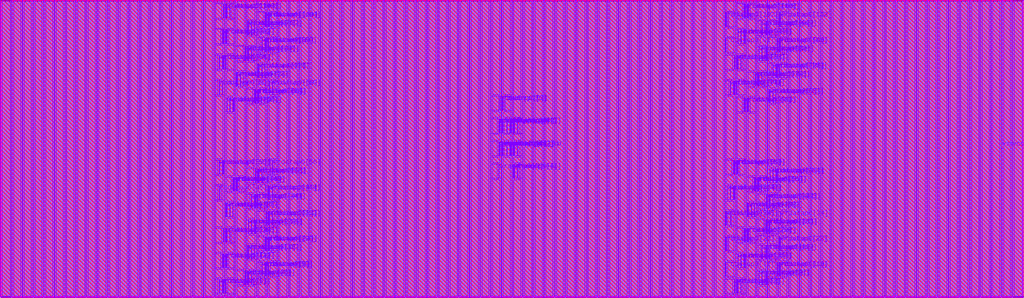
<source format=lef>
VERSION 5.8 ;
BUSBITCHARS "[]" ;
DIVIDERCHAR "/" ;

UNITS
  DATABASE MICRONS 4000 ;
END UNITS

PROPERTYDEFINITIONS
  MACRO hpml_layer STRING ;
  MACRO heml_layer STRING ;
END PROPERTYDEFINITIONS

MACRO arf104b256e1r1w0cbbehcaa4acw
  CLASS BLOCK ;
  FOREIGN arf104b256e1r1w0cbbehcaa4acw ;
  ORIGIN 0 0 ;
  SIZE 86.4 BY 24.96 ;
  PIN ckrdp0
    DIRECTION INPUT ;
    USE SIGNAL ;
    PORT
      LAYER m7 ;
        RECT 42.172 13.8 42.216 15 ;
    END
  END ckrdp0
  PIN ckwrp0
    DIRECTION INPUT ;
    USE SIGNAL ;
    PORT
      LAYER m7 ;
        RECT 43.284 11.88 43.328 13.08 ;
    END
  END ckwrp0
  PIN rdaddrp0[0]
    DIRECTION INPUT ;
    USE SIGNAL ;
    PORT
      LAYER m7 ;
        RECT 43.072 13.8 43.116 15 ;
    END
  END rdaddrp0[0]
  PIN rdaddrp0[1]
    DIRECTION INPUT ;
    USE SIGNAL ;
    PORT
      LAYER m7 ;
        RECT 43.284 13.8 43.328 15 ;
    END
  END rdaddrp0[1]
  PIN rdaddrp0[2]
    DIRECTION INPUT ;
    USE SIGNAL ;
    PORT
      LAYER m7 ;
        RECT 43.372 13.8 43.416 15 ;
    END
  END rdaddrp0[2]
  PIN rdaddrp0[3]
    DIRECTION INPUT ;
    USE SIGNAL ;
    PORT
      LAYER m7 ;
        RECT 43.628 13.8 43.672 15 ;
    END
  END rdaddrp0[3]
  PIN rdaddrp0[4]
    DIRECTION INPUT ;
    USE SIGNAL ;
    PORT
      LAYER m7 ;
        RECT 42.084 13.8 42.128 15 ;
    END
  END rdaddrp0[4]
  PIN rdaddrp0[5]
    DIRECTION INPUT ;
    USE SIGNAL ;
    PORT
      LAYER m7 ;
        RECT 42.172 15.72 42.216 16.92 ;
    END
  END rdaddrp0[5]
  PIN rdaddrp0[6]
    DIRECTION INPUT ;
    USE SIGNAL ;
    PORT
      LAYER m7 ;
        RECT 42.384 15.72 42.428 16.92 ;
    END
  END rdaddrp0[6]
  PIN rdaddrp0[7]
    DIRECTION INPUT ;
    USE SIGNAL ;
    PORT
      LAYER m7 ;
        RECT 42.472 15.72 42.516 16.92 ;
    END
  END rdaddrp0[7]
  PIN rdaddrp0_fd
    DIRECTION INPUT ;
    USE SIGNAL ;
    PORT
      LAYER m7 ;
        RECT 42.384 13.8 42.428 15 ;
    END
  END rdaddrp0_fd
  PIN rdaddrp0_rd
    DIRECTION INPUT ;
    USE SIGNAL ;
    PORT
      LAYER m7 ;
        RECT 42.472 13.8 42.516 15 ;
    END
  END rdaddrp0_rd
  PIN rdenp0
    DIRECTION INPUT ;
    USE SIGNAL ;
    PORT
      LAYER m7 ;
        RECT 42.728 13.8 42.772 15 ;
    END
  END rdenp0
  PIN sdl_initp0
    DIRECTION INPUT ;
    USE SIGNAL ;
    PORT
      LAYER m7 ;
        RECT 42.984 13.8 43.028 15 ;
    END
  END sdl_initp0
  PIN wraddrp0[0]
    DIRECTION INPUT ;
    USE SIGNAL ;
    PORT
      LAYER m7 ;
        RECT 42.472 11.88 42.516 13.08 ;
    END
  END wraddrp0[0]
  PIN wraddrp0[1]
    DIRECTION INPUT ;
    USE SIGNAL ;
    PORT
      LAYER m7 ;
        RECT 42.728 11.88 42.772 13.08 ;
    END
  END wraddrp0[1]
  PIN wraddrp0[2]
    DIRECTION INPUT ;
    USE SIGNAL ;
    PORT
      LAYER m7 ;
        RECT 42.984 11.88 43.028 13.08 ;
    END
  END wraddrp0[2]
  PIN wraddrp0[3]
    DIRECTION INPUT ;
    USE SIGNAL ;
    PORT
      LAYER m7 ;
        RECT 43.072 11.88 43.116 13.08 ;
    END
  END wraddrp0[3]
  PIN wraddrp0[4]
    DIRECTION INPUT ;
    USE SIGNAL ;
    PORT
      LAYER m7 ;
        RECT 43.284 9.96 43.328 11.16 ;
    END
  END wraddrp0[4]
  PIN wraddrp0[5]
    DIRECTION INPUT ;
    USE SIGNAL ;
    PORT
      LAYER m7 ;
        RECT 43.372 9.96 43.416 11.16 ;
    END
  END wraddrp0[5]
  PIN wraddrp0[6]
    DIRECTION INPUT ;
    USE SIGNAL ;
    PORT
      LAYER m7 ;
        RECT 43.628 9.96 43.672 11.16 ;
    END
  END wraddrp0[6]
  PIN wraddrp0[7]
    DIRECTION INPUT ;
    USE SIGNAL ;
    PORT
      LAYER m7 ;
        RECT 42.084 9.96 42.128 11.16 ;
    END
  END wraddrp0[7]
  PIN wraddrp0_fd
    DIRECTION INPUT ;
    USE SIGNAL ;
    PORT
      LAYER m7 ;
        RECT 43.372 11.88 43.416 13.08 ;
    END
  END wraddrp0_fd
  PIN wraddrp0_rd
    DIRECTION INPUT ;
    USE SIGNAL ;
    PORT
      LAYER m7 ;
        RECT 43.628 11.88 43.672 13.08 ;
    END
  END wraddrp0_rd
  PIN wrdatap0[0]
    DIRECTION INPUT ;
    USE SIGNAL ;
    PORT
      LAYER m7 ;
        RECT 18.428 0.24 18.472 1.44 ;
    END
  END wrdatap0[0]
  PIN wrdatap0[100]
    DIRECTION INPUT ;
    USE SIGNAL ;
    PORT
      LAYER m7 ;
        RECT 22.284 22.8 22.328 24 ;
    END
  END wrdatap0[100]
  PIN wrdatap0[101]
    DIRECTION INPUT ;
    USE SIGNAL ;
    PORT
      LAYER m7 ;
        RECT 22.372 22.8 22.416 24 ;
    END
  END wrdatap0[101]
  PIN wrdatap0[102]
    DIRECTION INPUT ;
    USE SIGNAL ;
    PORT
      LAYER m7 ;
        RECT 65.784 22.8 65.828 24 ;
    END
  END wrdatap0[102]
  PIN wrdatap0[103]
    DIRECTION INPUT ;
    USE SIGNAL ;
    PORT
      LAYER m7 ;
        RECT 65.872 22.8 65.916 24 ;
    END
  END wrdatap0[103]
  PIN wrdatap0[104]
    DIRECTION INPUT ;
    USE SIGNAL ;
    PORT
      LAYER m7 ;
        RECT 18.772 23.52 18.816 24.72 ;
    END
  END wrdatap0[104]
  PIN wrdatap0[105]
    DIRECTION INPUT ;
    USE SIGNAL ;
    PORT
      LAYER m7 ;
        RECT 18.984 23.52 19.028 24.72 ;
    END
  END wrdatap0[105]
  PIN wrdatap0[106]
    DIRECTION INPUT ;
    USE SIGNAL ;
    PORT
      LAYER m7 ;
        RECT 62.784 23.52 62.828 24.72 ;
    END
  END wrdatap0[106]
  PIN wrdatap0[107]
    DIRECTION INPUT ;
    USE SIGNAL ;
    PORT
      LAYER m7 ;
        RECT 62.872 23.52 62.916 24.72 ;
    END
  END wrdatap0[107]
  PIN wrdatap0[10]
    DIRECTION INPUT ;
    USE SIGNAL ;
    PORT
      LAYER m7 ;
        RECT 65.572 1.68 65.616 2.88 ;
    END
  END wrdatap0[10]
  PIN wrdatap0[11]
    DIRECTION INPUT ;
    USE SIGNAL ;
    PORT
      LAYER m7 ;
        RECT 65.784 1.68 65.828 2.88 ;
    END
  END wrdatap0[11]
  PIN wrdatap0[12]
    DIRECTION INPUT ;
    USE SIGNAL ;
    PORT
      LAYER m7 ;
        RECT 18.684 2.4 18.728 3.6 ;
    END
  END wrdatap0[12]
  PIN wrdatap0[13]
    DIRECTION INPUT ;
    USE SIGNAL ;
    PORT
      LAYER m7 ;
        RECT 18.772 2.4 18.816 3.6 ;
    END
  END wrdatap0[13]
  PIN wrdatap0[14]
    DIRECTION INPUT ;
    USE SIGNAL ;
    PORT
      LAYER m7 ;
        RECT 62.272 2.4 62.316 3.6 ;
    END
  END wrdatap0[14]
  PIN wrdatap0[15]
    DIRECTION INPUT ;
    USE SIGNAL ;
    PORT
      LAYER m7 ;
        RECT 62.528 2.4 62.572 3.6 ;
    END
  END wrdatap0[15]
  PIN wrdatap0[16]
    DIRECTION INPUT ;
    USE SIGNAL ;
    PORT
      LAYER m7 ;
        RECT 20.784 3.12 20.828 4.32 ;
    END
  END wrdatap0[16]
  PIN wrdatap0[17]
    DIRECTION INPUT ;
    USE SIGNAL ;
    PORT
      LAYER m7 ;
        RECT 20.872 3.12 20.916 4.32 ;
    END
  END wrdatap0[17]
  PIN wrdatap0[18]
    DIRECTION INPUT ;
    USE SIGNAL ;
    PORT
      LAYER m7 ;
        RECT 64.328 3.12 64.372 4.32 ;
    END
  END wrdatap0[18]
  PIN wrdatap0[19]
    DIRECTION INPUT ;
    USE SIGNAL ;
    PORT
      LAYER m7 ;
        RECT 64.584 3.12 64.628 4.32 ;
    END
  END wrdatap0[19]
  PIN wrdatap0[1]
    DIRECTION INPUT ;
    USE SIGNAL ;
    PORT
      LAYER m7 ;
        RECT 18.684 0.24 18.728 1.44 ;
    END
  END wrdatap0[1]
  PIN wrdatap0[20]
    DIRECTION INPUT ;
    USE SIGNAL ;
    PORT
      LAYER m7 ;
        RECT 22.284 3.84 22.328 5.04 ;
    END
  END wrdatap0[20]
  PIN wrdatap0[21]
    DIRECTION INPUT ;
    USE SIGNAL ;
    PORT
      LAYER m7 ;
        RECT 22.372 3.84 22.416 5.04 ;
    END
  END wrdatap0[21]
  PIN wrdatap0[22]
    DIRECTION INPUT ;
    USE SIGNAL ;
    PORT
      LAYER m7 ;
        RECT 65.784 3.84 65.828 5.04 ;
    END
  END wrdatap0[22]
  PIN wrdatap0[23]
    DIRECTION INPUT ;
    USE SIGNAL ;
    PORT
      LAYER m7 ;
        RECT 65.872 3.84 65.916 5.04 ;
    END
  END wrdatap0[23]
  PIN wrdatap0[24]
    DIRECTION INPUT ;
    USE SIGNAL ;
    PORT
      LAYER m7 ;
        RECT 18.772 4.56 18.816 5.76 ;
    END
  END wrdatap0[24]
  PIN wrdatap0[25]
    DIRECTION INPUT ;
    USE SIGNAL ;
    PORT
      LAYER m7 ;
        RECT 18.984 4.56 19.028 5.76 ;
    END
  END wrdatap0[25]
  PIN wrdatap0[26]
    DIRECTION INPUT ;
    USE SIGNAL ;
    PORT
      LAYER m7 ;
        RECT 62.784 4.56 62.828 5.76 ;
    END
  END wrdatap0[26]
  PIN wrdatap0[27]
    DIRECTION INPUT ;
    USE SIGNAL ;
    PORT
      LAYER m7 ;
        RECT 62.872 4.56 62.916 5.76 ;
    END
  END wrdatap0[27]
  PIN wrdatap0[28]
    DIRECTION INPUT ;
    USE SIGNAL ;
    PORT
      LAYER m7 ;
        RECT 20.872 5.28 20.916 6.48 ;
    END
  END wrdatap0[28]
  PIN wrdatap0[29]
    DIRECTION INPUT ;
    USE SIGNAL ;
    PORT
      LAYER m7 ;
        RECT 21.128 5.28 21.172 6.48 ;
    END
  END wrdatap0[29]
  PIN wrdatap0[2]
    DIRECTION INPUT ;
    USE SIGNAL ;
    PORT
      LAYER m7 ;
        RECT 61.972 0.24 62.016 1.44 ;
    END
  END wrdatap0[2]
  PIN wrdatap0[30]
    DIRECTION INPUT ;
    USE SIGNAL ;
    PORT
      LAYER m7 ;
        RECT 64.584 5.28 64.628 6.48 ;
    END
  END wrdatap0[30]
  PIN wrdatap0[31]
    DIRECTION INPUT ;
    USE SIGNAL ;
    PORT
      LAYER m7 ;
        RECT 64.672 5.28 64.716 6.48 ;
    END
  END wrdatap0[31]
  PIN wrdatap0[32]
    DIRECTION INPUT ;
    USE SIGNAL ;
    PORT
      LAYER m7 ;
        RECT 22.372 6 22.416 7.2 ;
    END
  END wrdatap0[32]
  PIN wrdatap0[33]
    DIRECTION INPUT ;
    USE SIGNAL ;
    PORT
      LAYER m7 ;
        RECT 22.584 6 22.628 7.2 ;
    END
  END wrdatap0[33]
  PIN wrdatap0[34]
    DIRECTION INPUT ;
    USE SIGNAL ;
    PORT
      LAYER m7 ;
        RECT 65.872 6 65.916 7.2 ;
    END
  END wrdatap0[34]
  PIN wrdatap0[35]
    DIRECTION INPUT ;
    USE SIGNAL ;
    PORT
      LAYER m7 ;
        RECT 61.284 6 61.328 7.2 ;
    END
  END wrdatap0[35]
  PIN wrdatap0[36]
    DIRECTION INPUT ;
    USE SIGNAL ;
    PORT
      LAYER m7 ;
        RECT 18.984 6.72 19.028 7.92 ;
    END
  END wrdatap0[36]
  PIN wrdatap0[37]
    DIRECTION INPUT ;
    USE SIGNAL ;
    PORT
      LAYER m7 ;
        RECT 19.072 6.72 19.116 7.92 ;
    END
  END wrdatap0[37]
  PIN wrdatap0[38]
    DIRECTION INPUT ;
    USE SIGNAL ;
    PORT
      LAYER m7 ;
        RECT 63.084 6.72 63.128 7.92 ;
    END
  END wrdatap0[38]
  PIN wrdatap0[39]
    DIRECTION INPUT ;
    USE SIGNAL ;
    PORT
      LAYER m7 ;
        RECT 63.172 6.72 63.216 7.92 ;
    END
  END wrdatap0[39]
  PIN wrdatap0[3]
    DIRECTION INPUT ;
    USE SIGNAL ;
    PORT
      LAYER m7 ;
        RECT 62.184 0.24 62.228 1.44 ;
    END
  END wrdatap0[3]
  PIN wrdatap0[40]
    DIRECTION INPUT ;
    USE SIGNAL ;
    PORT
      LAYER m7 ;
        RECT 21.128 7.44 21.172 8.64 ;
    END
  END wrdatap0[40]
  PIN wrdatap0[41]
    DIRECTION INPUT ;
    USE SIGNAL ;
    PORT
      LAYER m7 ;
        RECT 21.384 7.44 21.428 8.64 ;
    END
  END wrdatap0[41]
  PIN wrdatap0[42]
    DIRECTION INPUT ;
    USE SIGNAL ;
    PORT
      LAYER m7 ;
        RECT 64.672 7.44 64.716 8.64 ;
    END
  END wrdatap0[42]
  PIN wrdatap0[43]
    DIRECTION INPUT ;
    USE SIGNAL ;
    PORT
      LAYER m7 ;
        RECT 64.884 7.44 64.928 8.64 ;
    END
  END wrdatap0[43]
  PIN wrdatap0[44]
    DIRECTION INPUT ;
    USE SIGNAL ;
    PORT
      LAYER m7 ;
        RECT 22.584 8.16 22.628 9.36 ;
    END
  END wrdatap0[44]
  PIN wrdatap0[45]
    DIRECTION INPUT ;
    USE SIGNAL ;
    PORT
      LAYER m7 ;
        RECT 22.672 8.16 22.716 9.36 ;
    END
  END wrdatap0[45]
  PIN wrdatap0[46]
    DIRECTION INPUT ;
    USE SIGNAL ;
    PORT
      LAYER m7 ;
        RECT 61.372 8.16 61.416 9.36 ;
    END
  END wrdatap0[46]
  PIN wrdatap0[47]
    DIRECTION INPUT ;
    USE SIGNAL ;
    PORT
      LAYER m7 ;
        RECT 61.628 8.16 61.672 9.36 ;
    END
  END wrdatap0[47]
  PIN wrdatap0[48]
    DIRECTION INPUT ;
    USE SIGNAL ;
    PORT
      LAYER m7 ;
        RECT 19.584 8.88 19.628 10.08 ;
    END
  END wrdatap0[48]
  PIN wrdatap0[49]
    DIRECTION INPUT ;
    USE SIGNAL ;
    PORT
      LAYER m7 ;
        RECT 19.672 8.88 19.716 10.08 ;
    END
  END wrdatap0[49]
  PIN wrdatap0[4]
    DIRECTION INPUT ;
    USE SIGNAL ;
    PORT
      LAYER m7 ;
        RECT 20.572 0.96 20.616 2.16 ;
    END
  END wrdatap0[4]
  PIN wrdatap0[50]
    DIRECTION INPUT ;
    USE SIGNAL ;
    PORT
      LAYER m7 ;
        RECT 63.684 8.88 63.728 10.08 ;
    END
  END wrdatap0[50]
  PIN wrdatap0[51]
    DIRECTION INPUT ;
    USE SIGNAL ;
    PORT
      LAYER m7 ;
        RECT 63.772 8.88 63.816 10.08 ;
    END
  END wrdatap0[51]
  PIN wrdatap0[52]
    DIRECTION INPUT ;
    USE SIGNAL ;
    PORT
      LAYER m7 ;
        RECT 21.472 9.6 21.516 10.8 ;
    END
  END wrdatap0[52]
  PIN wrdatap0[53]
    DIRECTION INPUT ;
    USE SIGNAL ;
    PORT
      LAYER m7 ;
        RECT 21.684 9.6 21.728 10.8 ;
    END
  END wrdatap0[53]
  PIN wrdatap0[54]
    DIRECTION INPUT ;
    USE SIGNAL ;
    PORT
      LAYER m7 ;
        RECT 64.972 9.6 65.016 10.8 ;
    END
  END wrdatap0[54]
  PIN wrdatap0[55]
    DIRECTION INPUT ;
    USE SIGNAL ;
    PORT
      LAYER m7 ;
        RECT 65.228 9.6 65.272 10.8 ;
    END
  END wrdatap0[55]
  PIN wrdatap0[56]
    DIRECTION INPUT ;
    USE SIGNAL ;
    PORT
      LAYER m7 ;
        RECT 22.928 10.32 22.972 11.52 ;
    END
  END wrdatap0[56]
  PIN wrdatap0[57]
    DIRECTION INPUT ;
    USE SIGNAL ;
    PORT
      LAYER m7 ;
        RECT 18.428 10.32 18.472 11.52 ;
    END
  END wrdatap0[57]
  PIN wrdatap0[58]
    DIRECTION INPUT ;
    USE SIGNAL ;
    PORT
      LAYER m7 ;
        RECT 61.884 10.32 61.928 11.52 ;
    END
  END wrdatap0[58]
  PIN wrdatap0[59]
    DIRECTION INPUT ;
    USE SIGNAL ;
    PORT
      LAYER m7 ;
        RECT 61.972 10.32 62.016 11.52 ;
    END
  END wrdatap0[59]
  PIN wrdatap0[5]
    DIRECTION INPUT ;
    USE SIGNAL ;
    PORT
      LAYER m7 ;
        RECT 20.784 0.96 20.828 2.16 ;
    END
  END wrdatap0[5]
  PIN wrdatap0[60]
    DIRECTION INPUT ;
    USE SIGNAL ;
    PORT
      LAYER m7 ;
        RECT 19.072 15.6 19.116 16.8 ;
    END
  END wrdatap0[60]
  PIN wrdatap0[61]
    DIRECTION INPUT ;
    USE SIGNAL ;
    PORT
      LAYER m7 ;
        RECT 19.328 15.6 19.372 16.8 ;
    END
  END wrdatap0[61]
  PIN wrdatap0[62]
    DIRECTION INPUT ;
    USE SIGNAL ;
    PORT
      LAYER m7 ;
        RECT 62.784 15.6 62.828 16.8 ;
    END
  END wrdatap0[62]
  PIN wrdatap0[63]
    DIRECTION INPUT ;
    USE SIGNAL ;
    PORT
      LAYER m7 ;
        RECT 62.872 15.6 62.916 16.8 ;
    END
  END wrdatap0[63]
  PIN wrdatap0[64]
    DIRECTION INPUT ;
    USE SIGNAL ;
    PORT
      LAYER m7 ;
        RECT 21.384 16.32 21.428 17.52 ;
    END
  END wrdatap0[64]
  PIN wrdatap0[65]
    DIRECTION INPUT ;
    USE SIGNAL ;
    PORT
      LAYER m7 ;
        RECT 21.472 16.32 21.516 17.52 ;
    END
  END wrdatap0[65]
  PIN wrdatap0[66]
    DIRECTION INPUT ;
    USE SIGNAL ;
    PORT
      LAYER m7 ;
        RECT 64.884 16.32 64.928 17.52 ;
    END
  END wrdatap0[66]
  PIN wrdatap0[67]
    DIRECTION INPUT ;
    USE SIGNAL ;
    PORT
      LAYER m7 ;
        RECT 64.972 16.32 65.016 17.52 ;
    END
  END wrdatap0[67]
  PIN wrdatap0[68]
    DIRECTION INPUT ;
    USE SIGNAL ;
    PORT
      LAYER m7 ;
        RECT 22.672 17.04 22.716 18.24 ;
    END
  END wrdatap0[68]
  PIN wrdatap0[69]
    DIRECTION INPUT ;
    USE SIGNAL ;
    PORT
      LAYER m7 ;
        RECT 22.928 17.04 22.972 18.24 ;
    END
  END wrdatap0[69]
  PIN wrdatap0[6]
    DIRECTION INPUT ;
    USE SIGNAL ;
    PORT
      LAYER m7 ;
        RECT 64.072 0.96 64.116 2.16 ;
    END
  END wrdatap0[6]
  PIN wrdatap0[70]
    DIRECTION INPUT ;
    USE SIGNAL ;
    PORT
      LAYER m7 ;
        RECT 61.628 17.04 61.672 18.24 ;
    END
  END wrdatap0[70]
  PIN wrdatap0[71]
    DIRECTION INPUT ;
    USE SIGNAL ;
    PORT
      LAYER m7 ;
        RECT 61.884 17.04 61.928 18.24 ;
    END
  END wrdatap0[71]
  PIN wrdatap0[72]
    DIRECTION INPUT ;
    USE SIGNAL ;
    PORT
      LAYER m7 ;
        RECT 19.884 17.76 19.928 18.96 ;
    END
  END wrdatap0[72]
  PIN wrdatap0[73]
    DIRECTION INPUT ;
    USE SIGNAL ;
    PORT
      LAYER m7 ;
        RECT 19.972 17.76 20.016 18.96 ;
    END
  END wrdatap0[73]
  PIN wrdatap0[74]
    DIRECTION INPUT ;
    USE SIGNAL ;
    PORT
      LAYER m7 ;
        RECT 63.772 17.76 63.816 18.96 ;
    END
  END wrdatap0[74]
  PIN wrdatap0[75]
    DIRECTION INPUT ;
    USE SIGNAL ;
    PORT
      LAYER m7 ;
        RECT 63.984 17.76 64.028 18.96 ;
    END
  END wrdatap0[75]
  PIN wrdatap0[76]
    DIRECTION INPUT ;
    USE SIGNAL ;
    PORT
      LAYER m7 ;
        RECT 21.684 18.48 21.728 19.68 ;
    END
  END wrdatap0[76]
  PIN wrdatap0[77]
    DIRECTION INPUT ;
    USE SIGNAL ;
    PORT
      LAYER m7 ;
        RECT 21.772 18.48 21.816 19.68 ;
    END
  END wrdatap0[77]
  PIN wrdatap0[78]
    DIRECTION INPUT ;
    USE SIGNAL ;
    PORT
      LAYER m7 ;
        RECT 65.228 18.48 65.272 19.68 ;
    END
  END wrdatap0[78]
  PIN wrdatap0[79]
    DIRECTION INPUT ;
    USE SIGNAL ;
    PORT
      LAYER m7 ;
        RECT 65.484 18.48 65.528 19.68 ;
    END
  END wrdatap0[79]
  PIN wrdatap0[7]
    DIRECTION INPUT ;
    USE SIGNAL ;
    PORT
      LAYER m7 ;
        RECT 64.328 0.96 64.372 2.16 ;
    END
  END wrdatap0[7]
  PIN wrdatap0[80]
    DIRECTION INPUT ;
    USE SIGNAL ;
    PORT
      LAYER m7 ;
        RECT 18.428 19.2 18.472 20.4 ;
    END
  END wrdatap0[80]
  PIN wrdatap0[81]
    DIRECTION INPUT ;
    USE SIGNAL ;
    PORT
      LAYER m7 ;
        RECT 18.684 19.2 18.728 20.4 ;
    END
  END wrdatap0[81]
  PIN wrdatap0[82]
    DIRECTION INPUT ;
    USE SIGNAL ;
    PORT
      LAYER m7 ;
        RECT 61.972 19.2 62.016 20.4 ;
    END
  END wrdatap0[82]
  PIN wrdatap0[83]
    DIRECTION INPUT ;
    USE SIGNAL ;
    PORT
      LAYER m7 ;
        RECT 62.184 19.2 62.228 20.4 ;
    END
  END wrdatap0[83]
  PIN wrdatap0[84]
    DIRECTION INPUT ;
    USE SIGNAL ;
    PORT
      LAYER m7 ;
        RECT 20.572 19.92 20.616 21.12 ;
    END
  END wrdatap0[84]
  PIN wrdatap0[85]
    DIRECTION INPUT ;
    USE SIGNAL ;
    PORT
      LAYER m7 ;
        RECT 20.784 19.92 20.828 21.12 ;
    END
  END wrdatap0[85]
  PIN wrdatap0[86]
    DIRECTION INPUT ;
    USE SIGNAL ;
    PORT
      LAYER m7 ;
        RECT 64.072 19.92 64.116 21.12 ;
    END
  END wrdatap0[86]
  PIN wrdatap0[87]
    DIRECTION INPUT ;
    USE SIGNAL ;
    PORT
      LAYER m7 ;
        RECT 64.328 19.92 64.372 21.12 ;
    END
  END wrdatap0[87]
  PIN wrdatap0[88]
    DIRECTION INPUT ;
    USE SIGNAL ;
    PORT
      LAYER m7 ;
        RECT 22.028 20.64 22.072 21.84 ;
    END
  END wrdatap0[88]
  PIN wrdatap0[89]
    DIRECTION INPUT ;
    USE SIGNAL ;
    PORT
      LAYER m7 ;
        RECT 22.284 20.64 22.328 21.84 ;
    END
  END wrdatap0[89]
  PIN wrdatap0[8]
    DIRECTION INPUT ;
    USE SIGNAL ;
    PORT
      LAYER m7 ;
        RECT 22.028 1.68 22.072 2.88 ;
    END
  END wrdatap0[8]
  PIN wrdatap0[90]
    DIRECTION INPUT ;
    USE SIGNAL ;
    PORT
      LAYER m7 ;
        RECT 65.572 20.64 65.616 21.84 ;
    END
  END wrdatap0[90]
  PIN wrdatap0[91]
    DIRECTION INPUT ;
    USE SIGNAL ;
    PORT
      LAYER m7 ;
        RECT 65.784 20.64 65.828 21.84 ;
    END
  END wrdatap0[91]
  PIN wrdatap0[92]
    DIRECTION INPUT ;
    USE SIGNAL ;
    PORT
      LAYER m7 ;
        RECT 18.684 21.36 18.728 22.56 ;
    END
  END wrdatap0[92]
  PIN wrdatap0[93]
    DIRECTION INPUT ;
    USE SIGNAL ;
    PORT
      LAYER m7 ;
        RECT 18.772 21.36 18.816 22.56 ;
    END
  END wrdatap0[93]
  PIN wrdatap0[94]
    DIRECTION INPUT ;
    USE SIGNAL ;
    PORT
      LAYER m7 ;
        RECT 62.272 21.36 62.316 22.56 ;
    END
  END wrdatap0[94]
  PIN wrdatap0[95]
    DIRECTION INPUT ;
    USE SIGNAL ;
    PORT
      LAYER m7 ;
        RECT 62.528 21.36 62.572 22.56 ;
    END
  END wrdatap0[95]
  PIN wrdatap0[96]
    DIRECTION INPUT ;
    USE SIGNAL ;
    PORT
      LAYER m7 ;
        RECT 20.784 22.08 20.828 23.28 ;
    END
  END wrdatap0[96]
  PIN wrdatap0[97]
    DIRECTION INPUT ;
    USE SIGNAL ;
    PORT
      LAYER m7 ;
        RECT 20.872 22.08 20.916 23.28 ;
    END
  END wrdatap0[97]
  PIN wrdatap0[98]
    DIRECTION INPUT ;
    USE SIGNAL ;
    PORT
      LAYER m7 ;
        RECT 64.328 22.08 64.372 23.28 ;
    END
  END wrdatap0[98]
  PIN wrdatap0[99]
    DIRECTION INPUT ;
    USE SIGNAL ;
    PORT
      LAYER m7 ;
        RECT 64.584 22.08 64.628 23.28 ;
    END
  END wrdatap0[99]
  PIN wrdatap0[9]
    DIRECTION INPUT ;
    USE SIGNAL ;
    PORT
      LAYER m7 ;
        RECT 22.284 1.68 22.328 2.88 ;
    END
  END wrdatap0[9]
  PIN wrdatap0_fd
    DIRECTION INPUT ;
    USE SIGNAL ;
    PORT
      LAYER m7 ;
        RECT 42.172 11.88 42.216 13.08 ;
    END
  END wrdatap0_fd
  PIN wrdatap0_rd
    DIRECTION INPUT ;
    USE SIGNAL ;
    PORT
      LAYER m7 ;
        RECT 42.384 11.88 42.428 13.08 ;
    END
  END wrdatap0_rd
  PIN wrenp0
    DIRECTION INPUT ;
    USE SIGNAL ;
    PORT
      LAYER m7 ;
        RECT 42.084 11.88 42.128 13.08 ;
    END
  END wrenp0
  PIN rddatap0[0]
    DIRECTION OUTPUT ;
    USE SIGNAL ;
    PORT
      LAYER m7 ;
        RECT 18.772 0.24 18.816 1.44 ;
    END
  END rddatap0[0]
  PIN rddatap0[100]
    DIRECTION OUTPUT ;
    USE SIGNAL ;
    PORT
      LAYER m7 ;
        RECT 22.584 22.8 22.628 24 ;
    END
  END rddatap0[100]
  PIN rddatap0[101]
    DIRECTION OUTPUT ;
    USE SIGNAL ;
    PORT
      LAYER m7 ;
        RECT 22.672 22.8 22.716 24 ;
    END
  END rddatap0[101]
  PIN rddatap0[102]
    DIRECTION OUTPUT ;
    USE SIGNAL ;
    PORT
      LAYER m7 ;
        RECT 61.284 22.8 61.328 24 ;
    END
  END rddatap0[102]
  PIN rddatap0[103]
    DIRECTION OUTPUT ;
    USE SIGNAL ;
    PORT
      LAYER m7 ;
        RECT 61.372 22.8 61.416 24 ;
    END
  END rddatap0[103]
  PIN rddatap0[104]
    DIRECTION OUTPUT ;
    USE SIGNAL ;
    PORT
      LAYER m7 ;
        RECT 19.072 23.52 19.116 24.72 ;
    END
  END rddatap0[104]
  PIN rddatap0[105]
    DIRECTION OUTPUT ;
    USE SIGNAL ;
    PORT
      LAYER m7 ;
        RECT 19.328 23.52 19.372 24.72 ;
    END
  END rddatap0[105]
  PIN rddatap0[106]
    DIRECTION OUTPUT ;
    USE SIGNAL ;
    PORT
      LAYER m7 ;
        RECT 63.084 23.52 63.128 24.72 ;
    END
  END rddatap0[106]
  PIN rddatap0[107]
    DIRECTION OUTPUT ;
    USE SIGNAL ;
    PORT
      LAYER m7 ;
        RECT 63.172 23.52 63.216 24.72 ;
    END
  END rddatap0[107]
  PIN rddatap0[10]
    DIRECTION OUTPUT ;
    USE SIGNAL ;
    PORT
      LAYER m7 ;
        RECT 65.872 1.68 65.916 2.88 ;
    END
  END rddatap0[10]
  PIN rddatap0[11]
    DIRECTION OUTPUT ;
    USE SIGNAL ;
    PORT
      LAYER m7 ;
        RECT 61.284 1.68 61.328 2.88 ;
    END
  END rddatap0[11]
  PIN rddatap0[12]
    DIRECTION OUTPUT ;
    USE SIGNAL ;
    PORT
      LAYER m7 ;
        RECT 18.984 2.4 19.028 3.6 ;
    END
  END rddatap0[12]
  PIN rddatap0[13]
    DIRECTION OUTPUT ;
    USE SIGNAL ;
    PORT
      LAYER m7 ;
        RECT 19.072 2.4 19.116 3.6 ;
    END
  END rddatap0[13]
  PIN rddatap0[14]
    DIRECTION OUTPUT ;
    USE SIGNAL ;
    PORT
      LAYER m7 ;
        RECT 62.784 2.4 62.828 3.6 ;
    END
  END rddatap0[14]
  PIN rddatap0[15]
    DIRECTION OUTPUT ;
    USE SIGNAL ;
    PORT
      LAYER m7 ;
        RECT 62.872 2.4 62.916 3.6 ;
    END
  END rddatap0[15]
  PIN rddatap0[16]
    DIRECTION OUTPUT ;
    USE SIGNAL ;
    PORT
      LAYER m7 ;
        RECT 21.128 3.12 21.172 4.32 ;
    END
  END rddatap0[16]
  PIN rddatap0[17]
    DIRECTION OUTPUT ;
    USE SIGNAL ;
    PORT
      LAYER m7 ;
        RECT 21.384 3.12 21.428 4.32 ;
    END
  END rddatap0[17]
  PIN rddatap0[18]
    DIRECTION OUTPUT ;
    USE SIGNAL ;
    PORT
      LAYER m7 ;
        RECT 64.672 3.12 64.716 4.32 ;
    END
  END rddatap0[18]
  PIN rddatap0[19]
    DIRECTION OUTPUT ;
    USE SIGNAL ;
    PORT
      LAYER m7 ;
        RECT 64.884 3.12 64.928 4.32 ;
    END
  END rddatap0[19]
  PIN rddatap0[1]
    DIRECTION OUTPUT ;
    USE SIGNAL ;
    PORT
      LAYER m7 ;
        RECT 18.984 0.24 19.028 1.44 ;
    END
  END rddatap0[1]
  PIN rddatap0[20]
    DIRECTION OUTPUT ;
    USE SIGNAL ;
    PORT
      LAYER m7 ;
        RECT 22.584 3.84 22.628 5.04 ;
    END
  END rddatap0[20]
  PIN rddatap0[21]
    DIRECTION OUTPUT ;
    USE SIGNAL ;
    PORT
      LAYER m7 ;
        RECT 22.672 3.84 22.716 5.04 ;
    END
  END rddatap0[21]
  PIN rddatap0[22]
    DIRECTION OUTPUT ;
    USE SIGNAL ;
    PORT
      LAYER m7 ;
        RECT 61.284 3.84 61.328 5.04 ;
    END
  END rddatap0[22]
  PIN rddatap0[23]
    DIRECTION OUTPUT ;
    USE SIGNAL ;
    PORT
      LAYER m7 ;
        RECT 61.372 3.84 61.416 5.04 ;
    END
  END rddatap0[23]
  PIN rddatap0[24]
    DIRECTION OUTPUT ;
    USE SIGNAL ;
    PORT
      LAYER m7 ;
        RECT 19.072 4.56 19.116 5.76 ;
    END
  END rddatap0[24]
  PIN rddatap0[25]
    DIRECTION OUTPUT ;
    USE SIGNAL ;
    PORT
      LAYER m7 ;
        RECT 19.328 4.56 19.372 5.76 ;
    END
  END rddatap0[25]
  PIN rddatap0[26]
    DIRECTION OUTPUT ;
    USE SIGNAL ;
    PORT
      LAYER m7 ;
        RECT 63.084 4.56 63.128 5.76 ;
    END
  END rddatap0[26]
  PIN rddatap0[27]
    DIRECTION OUTPUT ;
    USE SIGNAL ;
    PORT
      LAYER m7 ;
        RECT 63.172 4.56 63.216 5.76 ;
    END
  END rddatap0[27]
  PIN rddatap0[28]
    DIRECTION OUTPUT ;
    USE SIGNAL ;
    PORT
      LAYER m7 ;
        RECT 21.384 5.28 21.428 6.48 ;
    END
  END rddatap0[28]
  PIN rddatap0[29]
    DIRECTION OUTPUT ;
    USE SIGNAL ;
    PORT
      LAYER m7 ;
        RECT 21.472 5.28 21.516 6.48 ;
    END
  END rddatap0[29]
  PIN rddatap0[2]
    DIRECTION OUTPUT ;
    USE SIGNAL ;
    PORT
      LAYER m7 ;
        RECT 62.272 0.24 62.316 1.44 ;
    END
  END rddatap0[2]
  PIN rddatap0[30]
    DIRECTION OUTPUT ;
    USE SIGNAL ;
    PORT
      LAYER m7 ;
        RECT 64.884 5.28 64.928 6.48 ;
    END
  END rddatap0[30]
  PIN rddatap0[31]
    DIRECTION OUTPUT ;
    USE SIGNAL ;
    PORT
      LAYER m7 ;
        RECT 64.972 5.28 65.016 6.48 ;
    END
  END rddatap0[31]
  PIN rddatap0[32]
    DIRECTION OUTPUT ;
    USE SIGNAL ;
    PORT
      LAYER m7 ;
        RECT 22.672 6 22.716 7.2 ;
    END
  END rddatap0[32]
  PIN rddatap0[33]
    DIRECTION OUTPUT ;
    USE SIGNAL ;
    PORT
      LAYER m7 ;
        RECT 22.928 6 22.972 7.2 ;
    END
  END rddatap0[33]
  PIN rddatap0[34]
    DIRECTION OUTPUT ;
    USE SIGNAL ;
    PORT
      LAYER m7 ;
        RECT 61.372 6 61.416 7.2 ;
    END
  END rddatap0[34]
  PIN rddatap0[35]
    DIRECTION OUTPUT ;
    USE SIGNAL ;
    PORT
      LAYER m7 ;
        RECT 61.628 6 61.672 7.2 ;
    END
  END rddatap0[35]
  PIN rddatap0[36]
    DIRECTION OUTPUT ;
    USE SIGNAL ;
    PORT
      LAYER m7 ;
        RECT 19.328 6.72 19.372 7.92 ;
    END
  END rddatap0[36]
  PIN rddatap0[37]
    DIRECTION OUTPUT ;
    USE SIGNAL ;
    PORT
      LAYER m7 ;
        RECT 19.584 6.72 19.628 7.92 ;
    END
  END rddatap0[37]
  PIN rddatap0[38]
    DIRECTION OUTPUT ;
    USE SIGNAL ;
    PORT
      LAYER m7 ;
        RECT 63.428 6.72 63.472 7.92 ;
    END
  END rddatap0[38]
  PIN rddatap0[39]
    DIRECTION OUTPUT ;
    USE SIGNAL ;
    PORT
      LAYER m7 ;
        RECT 63.684 6.72 63.728 7.92 ;
    END
  END rddatap0[39]
  PIN rddatap0[3]
    DIRECTION OUTPUT ;
    USE SIGNAL ;
    PORT
      LAYER m7 ;
        RECT 62.528 0.24 62.572 1.44 ;
    END
  END rddatap0[3]
  PIN rddatap0[40]
    DIRECTION OUTPUT ;
    USE SIGNAL ;
    PORT
      LAYER m7 ;
        RECT 21.472 7.44 21.516 8.64 ;
    END
  END rddatap0[40]
  PIN rddatap0[41]
    DIRECTION OUTPUT ;
    USE SIGNAL ;
    PORT
      LAYER m7 ;
        RECT 21.684 7.44 21.728 8.64 ;
    END
  END rddatap0[41]
  PIN rddatap0[42]
    DIRECTION OUTPUT ;
    USE SIGNAL ;
    PORT
      LAYER m7 ;
        RECT 64.972 7.44 65.016 8.64 ;
    END
  END rddatap0[42]
  PIN rddatap0[43]
    DIRECTION OUTPUT ;
    USE SIGNAL ;
    PORT
      LAYER m7 ;
        RECT 65.228 7.44 65.272 8.64 ;
    END
  END rddatap0[43]
  PIN rddatap0[44]
    DIRECTION OUTPUT ;
    USE SIGNAL ;
    PORT
      LAYER m7 ;
        RECT 22.928 8.16 22.972 9.36 ;
    END
  END rddatap0[44]
  PIN rddatap0[45]
    DIRECTION OUTPUT ;
    USE SIGNAL ;
    PORT
      LAYER m7 ;
        RECT 18.428 8.16 18.472 9.36 ;
    END
  END rddatap0[45]
  PIN rddatap0[46]
    DIRECTION OUTPUT ;
    USE SIGNAL ;
    PORT
      LAYER m7 ;
        RECT 61.884 8.16 61.928 9.36 ;
    END
  END rddatap0[46]
  PIN rddatap0[47]
    DIRECTION OUTPUT ;
    USE SIGNAL ;
    PORT
      LAYER m7 ;
        RECT 61.972 8.16 62.016 9.36 ;
    END
  END rddatap0[47]
  PIN rddatap0[48]
    DIRECTION OUTPUT ;
    USE SIGNAL ;
    PORT
      LAYER m7 ;
        RECT 19.884 8.88 19.928 10.08 ;
    END
  END rddatap0[48]
  PIN rddatap0[49]
    DIRECTION OUTPUT ;
    USE SIGNAL ;
    PORT
      LAYER m7 ;
        RECT 19.972 8.88 20.016 10.08 ;
    END
  END rddatap0[49]
  PIN rddatap0[4]
    DIRECTION OUTPUT ;
    USE SIGNAL ;
    PORT
      LAYER m7 ;
        RECT 20.872 0.96 20.916 2.16 ;
    END
  END rddatap0[4]
  PIN rddatap0[50]
    DIRECTION OUTPUT ;
    USE SIGNAL ;
    PORT
      LAYER m7 ;
        RECT 63.984 8.88 64.028 10.08 ;
    END
  END rddatap0[50]
  PIN rddatap0[51]
    DIRECTION OUTPUT ;
    USE SIGNAL ;
    PORT
      LAYER m7 ;
        RECT 64.072 8.88 64.116 10.08 ;
    END
  END rddatap0[51]
  PIN rddatap0[52]
    DIRECTION OUTPUT ;
    USE SIGNAL ;
    PORT
      LAYER m7 ;
        RECT 21.772 9.6 21.816 10.8 ;
    END
  END rddatap0[52]
  PIN rddatap0[53]
    DIRECTION OUTPUT ;
    USE SIGNAL ;
    PORT
      LAYER m7 ;
        RECT 22.028 9.6 22.072 10.8 ;
    END
  END rddatap0[53]
  PIN rddatap0[54]
    DIRECTION OUTPUT ;
    USE SIGNAL ;
    PORT
      LAYER m7 ;
        RECT 65.484 9.6 65.528 10.8 ;
    END
  END rddatap0[54]
  PIN rddatap0[55]
    DIRECTION OUTPUT ;
    USE SIGNAL ;
    PORT
      LAYER m7 ;
        RECT 65.572 9.6 65.616 10.8 ;
    END
  END rddatap0[55]
  PIN rddatap0[56]
    DIRECTION OUTPUT ;
    USE SIGNAL ;
    PORT
      LAYER m7 ;
        RECT 18.684 10.32 18.728 11.52 ;
    END
  END rddatap0[56]
  PIN rddatap0[57]
    DIRECTION OUTPUT ;
    USE SIGNAL ;
    PORT
      LAYER m7 ;
        RECT 18.772 10.32 18.816 11.52 ;
    END
  END rddatap0[57]
  PIN rddatap0[58]
    DIRECTION OUTPUT ;
    USE SIGNAL ;
    PORT
      LAYER m7 ;
        RECT 62.184 10.32 62.228 11.52 ;
    END
  END rddatap0[58]
  PIN rddatap0[59]
    DIRECTION OUTPUT ;
    USE SIGNAL ;
    PORT
      LAYER m7 ;
        RECT 62.272 10.32 62.316 11.52 ;
    END
  END rddatap0[59]
  PIN rddatap0[5]
    DIRECTION OUTPUT ;
    USE SIGNAL ;
    PORT
      LAYER m7 ;
        RECT 21.128 0.96 21.172 2.16 ;
    END
  END rddatap0[5]
  PIN rddatap0[60]
    DIRECTION OUTPUT ;
    USE SIGNAL ;
    PORT
      LAYER m7 ;
        RECT 19.584 15.6 19.628 16.8 ;
    END
  END rddatap0[60]
  PIN rddatap0[61]
    DIRECTION OUTPUT ;
    USE SIGNAL ;
    PORT
      LAYER m7 ;
        RECT 19.672 15.6 19.716 16.8 ;
    END
  END rddatap0[61]
  PIN rddatap0[62]
    DIRECTION OUTPUT ;
    USE SIGNAL ;
    PORT
      LAYER m7 ;
        RECT 63.084 15.6 63.128 16.8 ;
    END
  END rddatap0[62]
  PIN rddatap0[63]
    DIRECTION OUTPUT ;
    USE SIGNAL ;
    PORT
      LAYER m7 ;
        RECT 63.172 15.6 63.216 16.8 ;
    END
  END rddatap0[63]
  PIN rddatap0[64]
    DIRECTION OUTPUT ;
    USE SIGNAL ;
    PORT
      LAYER m7 ;
        RECT 21.684 16.32 21.728 17.52 ;
    END
  END rddatap0[64]
  PIN rddatap0[65]
    DIRECTION OUTPUT ;
    USE SIGNAL ;
    PORT
      LAYER m7 ;
        RECT 21.772 16.32 21.816 17.52 ;
    END
  END rddatap0[65]
  PIN rddatap0[66]
    DIRECTION OUTPUT ;
    USE SIGNAL ;
    PORT
      LAYER m7 ;
        RECT 65.228 16.32 65.272 17.52 ;
    END
  END rddatap0[66]
  PIN rddatap0[67]
    DIRECTION OUTPUT ;
    USE SIGNAL ;
    PORT
      LAYER m7 ;
        RECT 65.484 16.32 65.528 17.52 ;
    END
  END rddatap0[67]
  PIN rddatap0[68]
    DIRECTION OUTPUT ;
    USE SIGNAL ;
    PORT
      LAYER m7 ;
        RECT 18.428 17.04 18.472 18.24 ;
    END
  END rddatap0[68]
  PIN rddatap0[69]
    DIRECTION OUTPUT ;
    USE SIGNAL ;
    PORT
      LAYER m7 ;
        RECT 18.684 17.04 18.728 18.24 ;
    END
  END rddatap0[69]
  PIN rddatap0[6]
    DIRECTION OUTPUT ;
    USE SIGNAL ;
    PORT
      LAYER m7 ;
        RECT 64.584 0.96 64.628 2.16 ;
    END
  END rddatap0[6]
  PIN rddatap0[70]
    DIRECTION OUTPUT ;
    USE SIGNAL ;
    PORT
      LAYER m7 ;
        RECT 61.972 17.04 62.016 18.24 ;
    END
  END rddatap0[70]
  PIN rddatap0[71]
    DIRECTION OUTPUT ;
    USE SIGNAL ;
    PORT
      LAYER m7 ;
        RECT 62.184 17.04 62.228 18.24 ;
    END
  END rddatap0[71]
  PIN rddatap0[72]
    DIRECTION OUTPUT ;
    USE SIGNAL ;
    PORT
      LAYER m7 ;
        RECT 20.228 17.76 20.272 18.96 ;
    END
  END rddatap0[72]
  PIN rddatap0[73]
    DIRECTION OUTPUT ;
    USE SIGNAL ;
    PORT
      LAYER m7 ;
        RECT 20.484 17.76 20.528 18.96 ;
    END
  END rddatap0[73]
  PIN rddatap0[74]
    DIRECTION OUTPUT ;
    USE SIGNAL ;
    PORT
      LAYER m7 ;
        RECT 64.072 17.76 64.116 18.96 ;
    END
  END rddatap0[74]
  PIN rddatap0[75]
    DIRECTION OUTPUT ;
    USE SIGNAL ;
    PORT
      LAYER m7 ;
        RECT 64.328 17.76 64.372 18.96 ;
    END
  END rddatap0[75]
  PIN rddatap0[76]
    DIRECTION OUTPUT ;
    USE SIGNAL ;
    PORT
      LAYER m7 ;
        RECT 22.028 18.48 22.072 19.68 ;
    END
  END rddatap0[76]
  PIN rddatap0[77]
    DIRECTION OUTPUT ;
    USE SIGNAL ;
    PORT
      LAYER m7 ;
        RECT 22.284 18.48 22.328 19.68 ;
    END
  END rddatap0[77]
  PIN rddatap0[78]
    DIRECTION OUTPUT ;
    USE SIGNAL ;
    PORT
      LAYER m7 ;
        RECT 65.572 18.48 65.616 19.68 ;
    END
  END rddatap0[78]
  PIN rddatap0[79]
    DIRECTION OUTPUT ;
    USE SIGNAL ;
    PORT
      LAYER m7 ;
        RECT 65.784 18.48 65.828 19.68 ;
    END
  END rddatap0[79]
  PIN rddatap0[7]
    DIRECTION OUTPUT ;
    USE SIGNAL ;
    PORT
      LAYER m7 ;
        RECT 64.672 0.96 64.716 2.16 ;
    END
  END rddatap0[7]
  PIN rddatap0[80]
    DIRECTION OUTPUT ;
    USE SIGNAL ;
    PORT
      LAYER m7 ;
        RECT 18.772 19.2 18.816 20.4 ;
    END
  END rddatap0[80]
  PIN rddatap0[81]
    DIRECTION OUTPUT ;
    USE SIGNAL ;
    PORT
      LAYER m7 ;
        RECT 18.984 19.2 19.028 20.4 ;
    END
  END rddatap0[81]
  PIN rddatap0[82]
    DIRECTION OUTPUT ;
    USE SIGNAL ;
    PORT
      LAYER m7 ;
        RECT 62.272 19.2 62.316 20.4 ;
    END
  END rddatap0[82]
  PIN rddatap0[83]
    DIRECTION OUTPUT ;
    USE SIGNAL ;
    PORT
      LAYER m7 ;
        RECT 62.528 19.2 62.572 20.4 ;
    END
  END rddatap0[83]
  PIN rddatap0[84]
    DIRECTION OUTPUT ;
    USE SIGNAL ;
    PORT
      LAYER m7 ;
        RECT 20.872 19.92 20.916 21.12 ;
    END
  END rddatap0[84]
  PIN rddatap0[85]
    DIRECTION OUTPUT ;
    USE SIGNAL ;
    PORT
      LAYER m7 ;
        RECT 21.128 19.92 21.172 21.12 ;
    END
  END rddatap0[85]
  PIN rddatap0[86]
    DIRECTION OUTPUT ;
    USE SIGNAL ;
    PORT
      LAYER m7 ;
        RECT 64.584 19.92 64.628 21.12 ;
    END
  END rddatap0[86]
  PIN rddatap0[87]
    DIRECTION OUTPUT ;
    USE SIGNAL ;
    PORT
      LAYER m7 ;
        RECT 64.672 19.92 64.716 21.12 ;
    END
  END rddatap0[87]
  PIN rddatap0[88]
    DIRECTION OUTPUT ;
    USE SIGNAL ;
    PORT
      LAYER m7 ;
        RECT 22.372 20.64 22.416 21.84 ;
    END
  END rddatap0[88]
  PIN rddatap0[89]
    DIRECTION OUTPUT ;
    USE SIGNAL ;
    PORT
      LAYER m7 ;
        RECT 22.584 20.64 22.628 21.84 ;
    END
  END rddatap0[89]
  PIN rddatap0[8]
    DIRECTION OUTPUT ;
    USE SIGNAL ;
    PORT
      LAYER m7 ;
        RECT 22.372 1.68 22.416 2.88 ;
    END
  END rddatap0[8]
  PIN rddatap0[90]
    DIRECTION OUTPUT ;
    USE SIGNAL ;
    PORT
      LAYER m7 ;
        RECT 65.872 20.64 65.916 21.84 ;
    END
  END rddatap0[90]
  PIN rddatap0[91]
    DIRECTION OUTPUT ;
    USE SIGNAL ;
    PORT
      LAYER m7 ;
        RECT 61.284 20.64 61.328 21.84 ;
    END
  END rddatap0[91]
  PIN rddatap0[92]
    DIRECTION OUTPUT ;
    USE SIGNAL ;
    PORT
      LAYER m7 ;
        RECT 18.984 21.36 19.028 22.56 ;
    END
  END rddatap0[92]
  PIN rddatap0[93]
    DIRECTION OUTPUT ;
    USE SIGNAL ;
    PORT
      LAYER m7 ;
        RECT 19.072 21.36 19.116 22.56 ;
    END
  END rddatap0[93]
  PIN rddatap0[94]
    DIRECTION OUTPUT ;
    USE SIGNAL ;
    PORT
      LAYER m7 ;
        RECT 62.784 21.36 62.828 22.56 ;
    END
  END rddatap0[94]
  PIN rddatap0[95]
    DIRECTION OUTPUT ;
    USE SIGNAL ;
    PORT
      LAYER m7 ;
        RECT 62.872 21.36 62.916 22.56 ;
    END
  END rddatap0[95]
  PIN rddatap0[96]
    DIRECTION OUTPUT ;
    USE SIGNAL ;
    PORT
      LAYER m7 ;
        RECT 21.128 22.08 21.172 23.28 ;
    END
  END rddatap0[96]
  PIN rddatap0[97]
    DIRECTION OUTPUT ;
    USE SIGNAL ;
    PORT
      LAYER m7 ;
        RECT 21.384 22.08 21.428 23.28 ;
    END
  END rddatap0[97]
  PIN rddatap0[98]
    DIRECTION OUTPUT ;
    USE SIGNAL ;
    PORT
      LAYER m7 ;
        RECT 64.672 22.08 64.716 23.28 ;
    END
  END rddatap0[98]
  PIN rddatap0[99]
    DIRECTION OUTPUT ;
    USE SIGNAL ;
    PORT
      LAYER m7 ;
        RECT 64.884 22.08 64.928 23.28 ;
    END
  END rddatap0[99]
  PIN rddatap0[9]
    DIRECTION OUTPUT ;
    USE SIGNAL ;
    PORT
      LAYER m7 ;
        RECT 22.584 1.68 22.628 2.88 ;
    END
  END rddatap0[9]
  PIN vcc
    DIRECTION INPUT ;
    USE POWER ;
    PORT
      LAYER m7 ;
        RECT 0.862 0.06 0.938 24.9 ;
        RECT 2.662 0.06 2.738 24.9 ;
        RECT 4.462 0.06 4.538 24.9 ;
        RECT 6.262 0.06 6.338 24.9 ;
        RECT 8.062 0.06 8.138 24.9 ;
        RECT 9.862 0.06 9.938 24.9 ;
        RECT 11.662 0.06 11.738 24.9 ;
        RECT 13.462 0.06 13.538 24.9 ;
        RECT 15.262 0.06 15.338 24.9 ;
        RECT 17.062 0.06 17.138 24.9 ;
        RECT 18.862 0.06 18.938 24.9 ;
        RECT 20.662 0.06 20.738 24.9 ;
        RECT 22.462 0.06 22.538 24.9 ;
        RECT 24.262 0.06 24.338 24.9 ;
        RECT 26.062 0.06 26.138 24.9 ;
        RECT 27.862 0.06 27.938 24.9 ;
        RECT 29.662 0.06 29.738 24.9 ;
        RECT 31.462 0.06 31.538 24.9 ;
        RECT 33.262 0.06 33.338 24.9 ;
        RECT 35.062 0.06 35.138 24.9 ;
        RECT 36.862 0.06 36.938 24.9 ;
        RECT 38.662 0.06 38.738 24.9 ;
        RECT 40.462 0.06 40.538 24.9 ;
        RECT 42.262 0.06 42.338 24.9 ;
        RECT 44.062 0.06 44.138 24.9 ;
        RECT 45.862 0.06 45.938 24.9 ;
        RECT 47.662 0.06 47.738 24.9 ;
        RECT 49.462 0.06 49.538 24.9 ;
        RECT 51.262 0.06 51.338 24.9 ;
        RECT 53.062 0.06 53.138 24.9 ;
        RECT 54.862 0.06 54.938 24.9 ;
        RECT 56.662 0.06 56.738 24.9 ;
        RECT 58.462 0.06 58.538 24.9 ;
        RECT 60.262 0.06 60.338 24.9 ;
        RECT 62.062 0.06 62.138 24.9 ;
        RECT 63.862 0.06 63.938 24.9 ;
        RECT 65.662 0.06 65.738 24.9 ;
        RECT 67.462 0.06 67.538 24.9 ;
        RECT 69.262 0.06 69.338 24.9 ;
        RECT 71.062 0.06 71.138 24.9 ;
        RECT 72.862 0.06 72.938 24.9 ;
        RECT 74.662 0.06 74.738 24.9 ;
        RECT 76.462 0.06 76.538 24.9 ;
        RECT 78.262 0.06 78.338 24.9 ;
        RECT 80.062 0.06 80.138 24.9 ;
        RECT 81.862 0.06 81.938 24.9 ;
        RECT 83.662 0.06 83.738 24.9 ;
        RECT 85.462 0.06 85.538 24.9 ;
    END
  END vcc
  PIN vss
    DIRECTION INOUT ;
    USE GROUND ;
    PORT
      LAYER m7 ;
        RECT 1.762 0.06 1.838 24.9 ;
        RECT 3.562 0.06 3.638 24.9 ;
        RECT 5.362 0.06 5.438 24.9 ;
        RECT 7.162 0.06 7.238 24.9 ;
        RECT 8.962 0.06 9.038 24.9 ;
        RECT 10.762 0.06 10.838 24.9 ;
        RECT 12.562 0.06 12.638 24.9 ;
        RECT 14.362 0.06 14.438 24.9 ;
        RECT 16.162 0.06 16.238 24.9 ;
        RECT 17.962 0.06 18.038 24.9 ;
        RECT 19.762 0.06 19.838 24.9 ;
        RECT 21.562 0.06 21.638 24.9 ;
        RECT 23.362 0.06 23.438 24.9 ;
        RECT 25.162 0.06 25.238 24.9 ;
        RECT 26.962 0.06 27.038 24.9 ;
        RECT 28.762 0.06 28.838 24.9 ;
        RECT 30.562 0.06 30.638 24.9 ;
        RECT 32.362 0.06 32.438 24.9 ;
        RECT 34.162 0.06 34.238 24.9 ;
        RECT 35.962 0.06 36.038 24.9 ;
        RECT 37.762 0.06 37.838 24.9 ;
        RECT 39.562 0.06 39.638 24.9 ;
        RECT 41.362 0.06 41.438 24.9 ;
        RECT 43.162 0.06 43.238 24.9 ;
        RECT 44.962 0.06 45.038 24.9 ;
        RECT 46.762 0.06 46.838 24.9 ;
        RECT 48.562 0.06 48.638 24.9 ;
        RECT 50.362 0.06 50.438 24.9 ;
        RECT 52.162 0.06 52.238 24.9 ;
        RECT 53.962 0.06 54.038 24.9 ;
        RECT 55.762 0.06 55.838 24.9 ;
        RECT 57.562 0.06 57.638 24.9 ;
        RECT 59.362 0.06 59.438 24.9 ;
        RECT 61.162 0.06 61.238 24.9 ;
        RECT 62.962 0.06 63.038 24.9 ;
        RECT 64.762 0.06 64.838 24.9 ;
        RECT 66.562 0.06 66.638 24.9 ;
        RECT 68.362 0.06 68.438 24.9 ;
        RECT 70.162 0.06 70.238 24.9 ;
        RECT 71.962 0.06 72.038 24.9 ;
        RECT 73.762 0.06 73.838 24.9 ;
        RECT 75.562 0.06 75.638 24.9 ;
        RECT 77.362 0.06 77.438 24.9 ;
        RECT 79.162 0.06 79.238 24.9 ;
        RECT 80.962 0.06 81.038 24.9 ;
        RECT 82.762 0.06 82.838 24.9 ;
        RECT 84.562 0.06 84.638 24.9 ;
    END
  END vss
  OBS
    LAYER m0 SPACING 0 ;
      RECT -0.016 -0.014 86.416 24.974 ;
    LAYER m1 SPACING 0 ;
      RECT -0.02 -0.02 86.42 24.98 ;
    LAYER m2 SPACING 0 ;
      RECT -0.0705 -0.038 86.4705 24.998 ;
    LAYER m3 SPACING 0 ;
      RECT -0.035 -0.07 86.435 25.03 ;
    LAYER m4 SPACING 0 ;
      RECT -0.07 -0.038 86.47 24.998 ;
    LAYER m5 SPACING 0 ;
      RECT -0.059 -0.09 86.459 25.05 ;
    LAYER m6 SPACING 0 ;
      RECT -0.09 -0.062 86.49 25.022 ;
    LAYER m7 SPACING 0 ;
      RECT 85.538 25.02 86.44 25.08 ;
      RECT 85.538 -0.06 86.492 25.02 ;
      RECT 85.538 -0.12 86.44 -0.06 ;
      RECT 84.638 -0.12 85.462 25.08 ;
      RECT 83.738 -0.12 84.562 25.08 ;
      RECT 82.838 -0.12 83.662 25.08 ;
      RECT 81.938 -0.12 82.762 25.08 ;
      RECT 81.038 -0.12 81.862 25.08 ;
      RECT 80.138 -0.12 80.962 25.08 ;
      RECT 79.238 -0.12 80.062 25.08 ;
      RECT 78.338 -0.12 79.162 25.08 ;
      RECT 77.438 -0.12 78.262 25.08 ;
      RECT 76.538 -0.12 77.362 25.08 ;
      RECT 75.638 -0.12 76.462 25.08 ;
      RECT 74.738 -0.12 75.562 25.08 ;
      RECT 73.838 -0.12 74.662 25.08 ;
      RECT 72.938 -0.12 73.762 25.08 ;
      RECT 72.038 -0.12 72.862 25.08 ;
      RECT 71.138 -0.12 71.962 25.08 ;
      RECT 70.238 -0.12 71.062 25.08 ;
      RECT 69.338 -0.12 70.162 25.08 ;
      RECT 68.438 -0.12 69.262 25.08 ;
      RECT 67.538 -0.12 68.362 25.08 ;
      RECT 66.638 -0.12 67.462 25.08 ;
      RECT 65.738 24 66.562 25.08 ;
      RECT 65.738 22.8 65.784 24 ;
      RECT 65.828 22.8 65.872 24 ;
      RECT 65.916 22.8 66.562 24 ;
      RECT 65.738 21.84 66.562 22.8 ;
      RECT 65.738 20.64 65.784 21.84 ;
      RECT 65.828 20.64 65.872 21.84 ;
      RECT 65.916 20.64 66.562 21.84 ;
      RECT 65.738 19.68 66.562 20.64 ;
      RECT 65.738 18.48 65.784 19.68 ;
      RECT 65.828 18.48 66.562 19.68 ;
      RECT 65.738 7.2 66.562 18.48 ;
      RECT 65.738 6 65.872 7.2 ;
      RECT 65.916 6 66.562 7.2 ;
      RECT 65.738 5.04 66.562 6 ;
      RECT 65.738 3.84 65.784 5.04 ;
      RECT 65.828 3.84 65.872 5.04 ;
      RECT 65.916 3.84 66.562 5.04 ;
      RECT 65.738 2.88 66.562 3.84 ;
      RECT 65.738 1.68 65.784 2.88 ;
      RECT 65.828 1.68 65.872 2.88 ;
      RECT 65.916 1.68 66.562 2.88 ;
      RECT 65.738 -0.12 66.562 1.68 ;
      RECT 64.838 23.28 65.662 25.08 ;
      RECT 64.838 22.08 64.884 23.28 ;
      RECT 64.928 22.08 65.662 23.28 ;
      RECT 64.838 21.84 65.662 22.08 ;
      RECT 64.838 20.64 65.572 21.84 ;
      RECT 65.616 20.64 65.662 21.84 ;
      RECT 64.838 19.68 65.662 20.64 ;
      RECT 64.838 18.48 65.228 19.68 ;
      RECT 65.272 18.48 65.484 19.68 ;
      RECT 65.528 18.48 65.572 19.68 ;
      RECT 65.616 18.48 65.662 19.68 ;
      RECT 64.838 17.52 65.662 18.48 ;
      RECT 64.838 16.32 64.884 17.52 ;
      RECT 64.928 16.32 64.972 17.52 ;
      RECT 65.016 16.32 65.228 17.52 ;
      RECT 65.272 16.32 65.484 17.52 ;
      RECT 65.528 16.32 65.662 17.52 ;
      RECT 64.838 10.8 65.662 16.32 ;
      RECT 64.838 9.6 64.972 10.8 ;
      RECT 65.016 9.6 65.228 10.8 ;
      RECT 65.272 9.6 65.484 10.8 ;
      RECT 65.528 9.6 65.572 10.8 ;
      RECT 65.616 9.6 65.662 10.8 ;
      RECT 64.838 8.64 65.662 9.6 ;
      RECT 64.838 7.44 64.884 8.64 ;
      RECT 64.928 7.44 64.972 8.64 ;
      RECT 65.016 7.44 65.228 8.64 ;
      RECT 65.272 7.44 65.662 8.64 ;
      RECT 64.838 6.48 65.662 7.44 ;
      RECT 64.838 5.28 64.884 6.48 ;
      RECT 64.928 5.28 64.972 6.48 ;
      RECT 65.016 5.28 65.662 6.48 ;
      RECT 64.838 4.32 65.662 5.28 ;
      RECT 64.838 3.12 64.884 4.32 ;
      RECT 64.928 3.12 65.662 4.32 ;
      RECT 64.838 2.88 65.662 3.12 ;
      RECT 64.838 1.68 65.572 2.88 ;
      RECT 65.616 1.68 65.662 2.88 ;
      RECT 64.838 -0.12 65.662 1.68 ;
      RECT 63.938 23.28 64.762 25.08 ;
      RECT 63.938 22.08 64.328 23.28 ;
      RECT 64.372 22.08 64.584 23.28 ;
      RECT 64.628 22.08 64.672 23.28 ;
      RECT 64.716 22.08 64.762 23.28 ;
      RECT 63.938 21.12 64.762 22.08 ;
      RECT 63.938 19.92 64.072 21.12 ;
      RECT 64.116 19.92 64.328 21.12 ;
      RECT 64.372 19.92 64.584 21.12 ;
      RECT 64.628 19.92 64.672 21.12 ;
      RECT 64.716 19.92 64.762 21.12 ;
      RECT 63.938 18.96 64.762 19.92 ;
      RECT 63.938 17.76 63.984 18.96 ;
      RECT 64.028 17.76 64.072 18.96 ;
      RECT 64.116 17.76 64.328 18.96 ;
      RECT 64.372 17.76 64.762 18.96 ;
      RECT 63.938 10.08 64.762 17.76 ;
      RECT 63.938 8.88 63.984 10.08 ;
      RECT 64.028 8.88 64.072 10.08 ;
      RECT 64.116 8.88 64.762 10.08 ;
      RECT 63.938 8.64 64.762 8.88 ;
      RECT 63.938 7.44 64.672 8.64 ;
      RECT 64.716 7.44 64.762 8.64 ;
      RECT 63.938 6.48 64.762 7.44 ;
      RECT 63.938 5.28 64.584 6.48 ;
      RECT 64.628 5.28 64.672 6.48 ;
      RECT 64.716 5.28 64.762 6.48 ;
      RECT 63.938 4.32 64.762 5.28 ;
      RECT 63.938 3.12 64.328 4.32 ;
      RECT 64.372 3.12 64.584 4.32 ;
      RECT 64.628 3.12 64.672 4.32 ;
      RECT 64.716 3.12 64.762 4.32 ;
      RECT 63.938 2.16 64.762 3.12 ;
      RECT 63.938 0.96 64.072 2.16 ;
      RECT 64.116 0.96 64.328 2.16 ;
      RECT 64.372 0.96 64.584 2.16 ;
      RECT 64.628 0.96 64.672 2.16 ;
      RECT 64.716 0.96 64.762 2.16 ;
      RECT 63.938 -0.12 64.762 0.96 ;
      RECT 63.038 24.72 63.862 25.08 ;
      RECT 63.038 23.52 63.084 24.72 ;
      RECT 63.128 23.52 63.172 24.72 ;
      RECT 63.216 23.52 63.862 24.72 ;
      RECT 63.038 18.96 63.862 23.52 ;
      RECT 63.038 17.76 63.772 18.96 ;
      RECT 63.816 17.76 63.862 18.96 ;
      RECT 63.038 16.8 63.862 17.76 ;
      RECT 63.038 15.6 63.084 16.8 ;
      RECT 63.128 15.6 63.172 16.8 ;
      RECT 63.216 15.6 63.862 16.8 ;
      RECT 63.038 10.08 63.862 15.6 ;
      RECT 63.038 8.88 63.684 10.08 ;
      RECT 63.728 8.88 63.772 10.08 ;
      RECT 63.816 8.88 63.862 10.08 ;
      RECT 63.038 7.92 63.862 8.88 ;
      RECT 63.038 6.72 63.084 7.92 ;
      RECT 63.128 6.72 63.172 7.92 ;
      RECT 63.216 6.72 63.428 7.92 ;
      RECT 63.472 6.72 63.684 7.92 ;
      RECT 63.728 6.72 63.862 7.92 ;
      RECT 63.038 5.76 63.862 6.72 ;
      RECT 63.038 4.56 63.084 5.76 ;
      RECT 63.128 4.56 63.172 5.76 ;
      RECT 63.216 4.56 63.862 5.76 ;
      RECT 63.038 -0.12 63.862 4.56 ;
      RECT 62.138 24.72 62.962 25.08 ;
      RECT 62.138 23.52 62.784 24.72 ;
      RECT 62.828 23.52 62.872 24.72 ;
      RECT 62.916 23.52 62.962 24.72 ;
      RECT 62.138 22.56 62.962 23.52 ;
      RECT 62.138 21.36 62.272 22.56 ;
      RECT 62.316 21.36 62.528 22.56 ;
      RECT 62.572 21.36 62.784 22.56 ;
      RECT 62.828 21.36 62.872 22.56 ;
      RECT 62.916 21.36 62.962 22.56 ;
      RECT 62.138 20.4 62.962 21.36 ;
      RECT 62.138 19.2 62.184 20.4 ;
      RECT 62.228 19.2 62.272 20.4 ;
      RECT 62.316 19.2 62.528 20.4 ;
      RECT 62.572 19.2 62.962 20.4 ;
      RECT 62.138 18.24 62.962 19.2 ;
      RECT 62.138 17.04 62.184 18.24 ;
      RECT 62.228 17.04 62.962 18.24 ;
      RECT 62.138 16.8 62.962 17.04 ;
      RECT 62.138 15.6 62.784 16.8 ;
      RECT 62.828 15.6 62.872 16.8 ;
      RECT 62.916 15.6 62.962 16.8 ;
      RECT 62.138 11.52 62.962 15.6 ;
      RECT 62.138 10.32 62.184 11.52 ;
      RECT 62.228 10.32 62.272 11.52 ;
      RECT 62.316 10.32 62.962 11.52 ;
      RECT 62.138 5.76 62.962 10.32 ;
      RECT 62.138 4.56 62.784 5.76 ;
      RECT 62.828 4.56 62.872 5.76 ;
      RECT 62.916 4.56 62.962 5.76 ;
      RECT 62.138 3.6 62.962 4.56 ;
      RECT 62.138 2.4 62.272 3.6 ;
      RECT 62.316 2.4 62.528 3.6 ;
      RECT 62.572 2.4 62.784 3.6 ;
      RECT 62.828 2.4 62.872 3.6 ;
      RECT 62.916 2.4 62.962 3.6 ;
      RECT 62.138 1.44 62.962 2.4 ;
      RECT 62.138 0.24 62.184 1.44 ;
      RECT 62.228 0.24 62.272 1.44 ;
      RECT 62.316 0.24 62.528 1.44 ;
      RECT 62.572 0.24 62.962 1.44 ;
      RECT 62.138 -0.12 62.962 0.24 ;
      RECT 61.238 24 62.062 25.08 ;
      RECT 61.238 22.8 61.284 24 ;
      RECT 61.328 22.8 61.372 24 ;
      RECT 61.416 22.8 62.062 24 ;
      RECT 61.238 21.84 62.062 22.8 ;
      RECT 61.238 20.64 61.284 21.84 ;
      RECT 61.328 20.64 62.062 21.84 ;
      RECT 61.238 20.4 62.062 20.64 ;
      RECT 61.238 19.2 61.972 20.4 ;
      RECT 62.016 19.2 62.062 20.4 ;
      RECT 61.238 18.24 62.062 19.2 ;
      RECT 61.238 17.04 61.628 18.24 ;
      RECT 61.672 17.04 61.884 18.24 ;
      RECT 61.928 17.04 61.972 18.24 ;
      RECT 62.016 17.04 62.062 18.24 ;
      RECT 61.238 11.52 62.062 17.04 ;
      RECT 61.238 10.32 61.884 11.52 ;
      RECT 61.928 10.32 61.972 11.52 ;
      RECT 62.016 10.32 62.062 11.52 ;
      RECT 61.238 9.36 62.062 10.32 ;
      RECT 61.238 8.16 61.372 9.36 ;
      RECT 61.416 8.16 61.628 9.36 ;
      RECT 61.672 8.16 61.884 9.36 ;
      RECT 61.928 8.16 61.972 9.36 ;
      RECT 62.016 8.16 62.062 9.36 ;
      RECT 61.238 7.2 62.062 8.16 ;
      RECT 61.238 6 61.284 7.2 ;
      RECT 61.328 6 61.372 7.2 ;
      RECT 61.416 6 61.628 7.2 ;
      RECT 61.672 6 62.062 7.2 ;
      RECT 61.238 5.04 62.062 6 ;
      RECT 61.238 3.84 61.284 5.04 ;
      RECT 61.328 3.84 61.372 5.04 ;
      RECT 61.416 3.84 62.062 5.04 ;
      RECT 61.238 2.88 62.062 3.84 ;
      RECT 61.238 1.68 61.284 2.88 ;
      RECT 61.328 1.68 62.062 2.88 ;
      RECT 61.238 1.44 62.062 1.68 ;
      RECT 61.238 0.24 61.972 1.44 ;
      RECT 62.016 0.24 62.062 1.44 ;
      RECT 61.238 -0.12 62.062 0.24 ;
      RECT 60.338 -0.12 61.162 25.08 ;
      RECT 59.438 -0.12 60.262 25.08 ;
      RECT 58.538 -0.12 59.362 25.08 ;
      RECT 57.638 -0.12 58.462 25.08 ;
      RECT 56.738 -0.12 57.562 25.08 ;
      RECT 55.838 -0.12 56.662 25.08 ;
      RECT 54.938 -0.12 55.762 25.08 ;
      RECT 54.038 -0.12 54.862 25.08 ;
      RECT 53.138 -0.12 53.962 25.08 ;
      RECT 52.238 -0.12 53.062 25.08 ;
      RECT 51.338 -0.12 52.162 25.08 ;
      RECT 50.438 -0.12 51.262 25.08 ;
      RECT 49.538 -0.12 50.362 25.08 ;
      RECT 48.638 -0.12 49.462 25.08 ;
      RECT 47.738 -0.12 48.562 25.08 ;
      RECT 46.838 -0.12 47.662 25.08 ;
      RECT 45.938 -0.12 46.762 25.08 ;
      RECT 45.038 -0.12 45.862 25.08 ;
      RECT 44.138 -0.12 44.962 25.08 ;
      RECT 43.238 15 44.062 25.08 ;
      RECT 43.238 13.8 43.284 15 ;
      RECT 43.328 13.8 43.372 15 ;
      RECT 43.416 13.8 43.628 15 ;
      RECT 43.672 13.8 44.062 15 ;
      RECT 43.238 13.08 44.062 13.8 ;
      RECT 43.238 11.88 43.284 13.08 ;
      RECT 43.328 11.88 43.372 13.08 ;
      RECT 43.416 11.88 43.628 13.08 ;
      RECT 43.672 11.88 44.062 13.08 ;
      RECT 43.238 11.16 44.062 11.88 ;
      RECT 43.238 9.96 43.284 11.16 ;
      RECT 43.328 9.96 43.372 11.16 ;
      RECT 43.416 9.96 43.628 11.16 ;
      RECT 43.672 9.96 44.062 11.16 ;
      RECT 43.238 -0.12 44.062 9.96 ;
      RECT 42.338 16.92 43.162 25.08 ;
      RECT 42.338 15.72 42.384 16.92 ;
      RECT 42.428 15.72 42.472 16.92 ;
      RECT 42.516 15.72 43.162 16.92 ;
      RECT 42.338 15 43.162 15.72 ;
      RECT 42.338 13.8 42.384 15 ;
      RECT 42.428 13.8 42.472 15 ;
      RECT 42.516 13.8 42.728 15 ;
      RECT 42.772 13.8 42.984 15 ;
      RECT 43.028 13.8 43.072 15 ;
      RECT 43.116 13.8 43.162 15 ;
      RECT 42.338 13.08 43.162 13.8 ;
      RECT 42.338 11.88 42.384 13.08 ;
      RECT 42.428 11.88 42.472 13.08 ;
      RECT 42.516 11.88 42.728 13.08 ;
      RECT 42.772 11.88 42.984 13.08 ;
      RECT 43.028 11.88 43.072 13.08 ;
      RECT 43.116 11.88 43.162 13.08 ;
      RECT 42.338 -0.12 43.162 11.88 ;
      RECT 41.438 16.92 42.262 25.08 ;
      RECT 41.438 15.72 42.172 16.92 ;
      RECT 42.216 15.72 42.262 16.92 ;
      RECT 41.438 15 42.262 15.72 ;
      RECT 41.438 13.8 42.084 15 ;
      RECT 42.128 13.8 42.172 15 ;
      RECT 42.216 13.8 42.262 15 ;
      RECT 41.438 13.08 42.262 13.8 ;
      RECT 41.438 11.88 42.084 13.08 ;
      RECT 42.128 11.88 42.172 13.08 ;
      RECT 42.216 11.88 42.262 13.08 ;
      RECT 41.438 11.16 42.262 11.88 ;
      RECT 41.438 9.96 42.084 11.16 ;
      RECT 42.128 9.96 42.262 11.16 ;
      RECT 41.438 -0.12 42.262 9.96 ;
      RECT 40.538 -0.12 41.362 25.08 ;
      RECT 39.638 -0.12 40.462 25.08 ;
      RECT 38.738 -0.12 39.562 25.08 ;
      RECT 37.838 -0.12 38.662 25.08 ;
      RECT 36.938 -0.12 37.762 25.08 ;
      RECT 36.038 -0.12 36.862 25.08 ;
      RECT 35.138 -0.12 35.962 25.08 ;
      RECT 34.238 -0.12 35.062 25.08 ;
      RECT 33.338 -0.12 34.162 25.08 ;
      RECT 32.438 -0.12 33.262 25.08 ;
      RECT 31.538 -0.12 32.362 25.08 ;
      RECT 30.638 -0.12 31.462 25.08 ;
      RECT 29.738 -0.12 30.562 25.08 ;
      RECT 28.838 -0.12 29.662 25.08 ;
      RECT 27.938 -0.12 28.762 25.08 ;
      RECT 27.038 -0.12 27.862 25.08 ;
      RECT 26.138 -0.12 26.962 25.08 ;
      RECT 25.238 -0.12 26.062 25.08 ;
      RECT 24.338 -0.12 25.162 25.08 ;
      RECT 23.438 -0.12 24.262 25.08 ;
      RECT 22.538 24 23.362 25.08 ;
      RECT 22.538 22.8 22.584 24 ;
      RECT 22.628 22.8 22.672 24 ;
      RECT 22.716 22.8 23.362 24 ;
      RECT 22.538 21.84 23.362 22.8 ;
      RECT 22.538 20.64 22.584 21.84 ;
      RECT 22.628 20.64 23.362 21.84 ;
      RECT 22.538 18.24 23.362 20.64 ;
      RECT 22.538 17.04 22.672 18.24 ;
      RECT 22.716 17.04 22.928 18.24 ;
      RECT 22.972 17.04 23.362 18.24 ;
      RECT 22.538 11.52 23.362 17.04 ;
      RECT 22.538 10.32 22.928 11.52 ;
      RECT 22.972 10.32 23.362 11.52 ;
      RECT 22.538 9.36 23.362 10.32 ;
      RECT 22.538 8.16 22.584 9.36 ;
      RECT 22.628 8.16 22.672 9.36 ;
      RECT 22.716 8.16 22.928 9.36 ;
      RECT 22.972 8.16 23.362 9.36 ;
      RECT 22.538 7.2 23.362 8.16 ;
      RECT 22.538 6 22.584 7.2 ;
      RECT 22.628 6 22.672 7.2 ;
      RECT 22.716 6 22.928 7.2 ;
      RECT 22.972 6 23.362 7.2 ;
      RECT 22.538 5.04 23.362 6 ;
      RECT 22.538 3.84 22.584 5.04 ;
      RECT 22.628 3.84 22.672 5.04 ;
      RECT 22.716 3.84 23.362 5.04 ;
      RECT 22.538 2.88 23.362 3.84 ;
      RECT 22.538 1.68 22.584 2.88 ;
      RECT 22.628 1.68 23.362 2.88 ;
      RECT 22.538 -0.12 23.362 1.68 ;
      RECT 21.638 24 22.462 25.08 ;
      RECT 21.638 22.8 22.284 24 ;
      RECT 22.328 22.8 22.372 24 ;
      RECT 22.416 22.8 22.462 24 ;
      RECT 21.638 21.84 22.462 22.8 ;
      RECT 21.638 20.64 22.028 21.84 ;
      RECT 22.072 20.64 22.284 21.84 ;
      RECT 22.328 20.64 22.372 21.84 ;
      RECT 22.416 20.64 22.462 21.84 ;
      RECT 21.638 19.68 22.462 20.64 ;
      RECT 21.638 18.48 21.684 19.68 ;
      RECT 21.728 18.48 21.772 19.68 ;
      RECT 21.816 18.48 22.028 19.68 ;
      RECT 22.072 18.48 22.284 19.68 ;
      RECT 22.328 18.48 22.462 19.68 ;
      RECT 21.638 17.52 22.462 18.48 ;
      RECT 21.638 16.32 21.684 17.52 ;
      RECT 21.728 16.32 21.772 17.52 ;
      RECT 21.816 16.32 22.462 17.52 ;
      RECT 21.638 10.8 22.462 16.32 ;
      RECT 21.638 9.6 21.684 10.8 ;
      RECT 21.728 9.6 21.772 10.8 ;
      RECT 21.816 9.6 22.028 10.8 ;
      RECT 22.072 9.6 22.462 10.8 ;
      RECT 21.638 8.64 22.462 9.6 ;
      RECT 21.638 7.44 21.684 8.64 ;
      RECT 21.728 7.44 22.462 8.64 ;
      RECT 21.638 7.2 22.462 7.44 ;
      RECT 21.638 6 22.372 7.2 ;
      RECT 22.416 6 22.462 7.2 ;
      RECT 21.638 5.04 22.462 6 ;
      RECT 21.638 3.84 22.284 5.04 ;
      RECT 22.328 3.84 22.372 5.04 ;
      RECT 22.416 3.84 22.462 5.04 ;
      RECT 21.638 2.88 22.462 3.84 ;
      RECT 21.638 1.68 22.028 2.88 ;
      RECT 22.072 1.68 22.284 2.88 ;
      RECT 22.328 1.68 22.372 2.88 ;
      RECT 22.416 1.68 22.462 2.88 ;
      RECT 21.638 -0.12 22.462 1.68 ;
      RECT 20.738 23.28 21.562 25.08 ;
      RECT 20.738 22.08 20.784 23.28 ;
      RECT 20.828 22.08 20.872 23.28 ;
      RECT 20.916 22.08 21.128 23.28 ;
      RECT 21.172 22.08 21.384 23.28 ;
      RECT 21.428 22.08 21.562 23.28 ;
      RECT 20.738 21.12 21.562 22.08 ;
      RECT 20.738 19.92 20.784 21.12 ;
      RECT 20.828 19.92 20.872 21.12 ;
      RECT 20.916 19.92 21.128 21.12 ;
      RECT 21.172 19.92 21.562 21.12 ;
      RECT 20.738 17.52 21.562 19.92 ;
      RECT 20.738 16.32 21.384 17.52 ;
      RECT 21.428 16.32 21.472 17.52 ;
      RECT 21.516 16.32 21.562 17.52 ;
      RECT 20.738 10.8 21.562 16.32 ;
      RECT 20.738 9.6 21.472 10.8 ;
      RECT 21.516 9.6 21.562 10.8 ;
      RECT 20.738 8.64 21.562 9.6 ;
      RECT 20.738 7.44 21.128 8.64 ;
      RECT 21.172 7.44 21.384 8.64 ;
      RECT 21.428 7.44 21.472 8.64 ;
      RECT 21.516 7.44 21.562 8.64 ;
      RECT 20.738 6.48 21.562 7.44 ;
      RECT 20.738 5.28 20.872 6.48 ;
      RECT 20.916 5.28 21.128 6.48 ;
      RECT 21.172 5.28 21.384 6.48 ;
      RECT 21.428 5.28 21.472 6.48 ;
      RECT 21.516 5.28 21.562 6.48 ;
      RECT 20.738 4.32 21.562 5.28 ;
      RECT 20.738 3.12 20.784 4.32 ;
      RECT 20.828 3.12 20.872 4.32 ;
      RECT 20.916 3.12 21.128 4.32 ;
      RECT 21.172 3.12 21.384 4.32 ;
      RECT 21.428 3.12 21.562 4.32 ;
      RECT 20.738 2.16 21.562 3.12 ;
      RECT 20.738 0.96 20.784 2.16 ;
      RECT 20.828 0.96 20.872 2.16 ;
      RECT 20.916 0.96 21.128 2.16 ;
      RECT 21.172 0.96 21.562 2.16 ;
      RECT 20.738 -0.12 21.562 0.96 ;
      RECT 19.838 21.12 20.662 25.08 ;
      RECT 19.838 19.92 20.572 21.12 ;
      RECT 20.616 19.92 20.662 21.12 ;
      RECT 19.838 18.96 20.662 19.92 ;
      RECT 19.838 17.76 19.884 18.96 ;
      RECT 19.928 17.76 19.972 18.96 ;
      RECT 20.016 17.76 20.228 18.96 ;
      RECT 20.272 17.76 20.484 18.96 ;
      RECT 20.528 17.76 20.662 18.96 ;
      RECT 19.838 10.08 20.662 17.76 ;
      RECT 19.838 8.88 19.884 10.08 ;
      RECT 19.928 8.88 19.972 10.08 ;
      RECT 20.016 8.88 20.662 10.08 ;
      RECT 19.838 2.16 20.662 8.88 ;
      RECT 19.838 0.96 20.572 2.16 ;
      RECT 20.616 0.96 20.662 2.16 ;
      RECT 19.838 -0.12 20.662 0.96 ;
      RECT 18.938 24.72 19.762 25.08 ;
      RECT 18.938 23.52 18.984 24.72 ;
      RECT 19.028 23.52 19.072 24.72 ;
      RECT 19.116 23.52 19.328 24.72 ;
      RECT 19.372 23.52 19.762 24.72 ;
      RECT 18.938 22.56 19.762 23.52 ;
      RECT 18.938 21.36 18.984 22.56 ;
      RECT 19.028 21.36 19.072 22.56 ;
      RECT 19.116 21.36 19.762 22.56 ;
      RECT 18.938 20.4 19.762 21.36 ;
      RECT 18.938 19.2 18.984 20.4 ;
      RECT 19.028 19.2 19.762 20.4 ;
      RECT 18.938 16.8 19.762 19.2 ;
      RECT 18.938 15.6 19.072 16.8 ;
      RECT 19.116 15.6 19.328 16.8 ;
      RECT 19.372 15.6 19.584 16.8 ;
      RECT 19.628 15.6 19.672 16.8 ;
      RECT 19.716 15.6 19.762 16.8 ;
      RECT 18.938 10.08 19.762 15.6 ;
      RECT 18.938 8.88 19.584 10.08 ;
      RECT 19.628 8.88 19.672 10.08 ;
      RECT 19.716 8.88 19.762 10.08 ;
      RECT 18.938 7.92 19.762 8.88 ;
      RECT 18.938 6.72 18.984 7.92 ;
      RECT 19.028 6.72 19.072 7.92 ;
      RECT 19.116 6.72 19.328 7.92 ;
      RECT 19.372 6.72 19.584 7.92 ;
      RECT 19.628 6.72 19.762 7.92 ;
      RECT 18.938 5.76 19.762 6.72 ;
      RECT 18.938 4.56 18.984 5.76 ;
      RECT 19.028 4.56 19.072 5.76 ;
      RECT 19.116 4.56 19.328 5.76 ;
      RECT 19.372 4.56 19.762 5.76 ;
      RECT 18.938 3.6 19.762 4.56 ;
      RECT 18.938 2.4 18.984 3.6 ;
      RECT 19.028 2.4 19.072 3.6 ;
      RECT 19.116 2.4 19.762 3.6 ;
      RECT 18.938 1.44 19.762 2.4 ;
      RECT 18.938 0.24 18.984 1.44 ;
      RECT 19.028 0.24 19.762 1.44 ;
      RECT 18.938 -0.12 19.762 0.24 ;
      RECT 18.038 24.72 18.862 25.08 ;
      RECT 18.038 23.52 18.772 24.72 ;
      RECT 18.816 23.52 18.862 24.72 ;
      RECT 18.038 22.56 18.862 23.52 ;
      RECT 18.038 21.36 18.684 22.56 ;
      RECT 18.728 21.36 18.772 22.56 ;
      RECT 18.816 21.36 18.862 22.56 ;
      RECT 18.038 20.4 18.862 21.36 ;
      RECT 18.038 19.2 18.428 20.4 ;
      RECT 18.472 19.2 18.684 20.4 ;
      RECT 18.728 19.2 18.772 20.4 ;
      RECT 18.816 19.2 18.862 20.4 ;
      RECT 18.038 18.24 18.862 19.2 ;
      RECT 18.038 17.04 18.428 18.24 ;
      RECT 18.472 17.04 18.684 18.24 ;
      RECT 18.728 17.04 18.862 18.24 ;
      RECT 18.038 11.52 18.862 17.04 ;
      RECT 18.038 10.32 18.428 11.52 ;
      RECT 18.472 10.32 18.684 11.52 ;
      RECT 18.728 10.32 18.772 11.52 ;
      RECT 18.816 10.32 18.862 11.52 ;
      RECT 18.038 9.36 18.862 10.32 ;
      RECT 18.038 8.16 18.428 9.36 ;
      RECT 18.472 8.16 18.862 9.36 ;
      RECT 18.038 5.76 18.862 8.16 ;
      RECT 18.038 4.56 18.772 5.76 ;
      RECT 18.816 4.56 18.862 5.76 ;
      RECT 18.038 3.6 18.862 4.56 ;
      RECT 18.038 2.4 18.684 3.6 ;
      RECT 18.728 2.4 18.772 3.6 ;
      RECT 18.816 2.4 18.862 3.6 ;
      RECT 18.038 1.44 18.862 2.4 ;
      RECT 18.038 0.24 18.428 1.44 ;
      RECT 18.472 0.24 18.684 1.44 ;
      RECT 18.728 0.24 18.772 1.44 ;
      RECT 18.816 0.24 18.862 1.44 ;
      RECT 18.038 -0.12 18.862 0.24 ;
      RECT 17.138 -0.12 17.962 25.08 ;
      RECT 16.238 -0.12 17.062 25.08 ;
      RECT 15.338 -0.12 16.162 25.08 ;
      RECT 14.438 -0.12 15.262 25.08 ;
      RECT 13.538 -0.12 14.362 25.08 ;
      RECT 12.638 -0.12 13.462 25.08 ;
      RECT 11.738 -0.12 12.562 25.08 ;
      RECT 10.838 -0.12 11.662 25.08 ;
      RECT 9.938 -0.12 10.762 25.08 ;
      RECT 9.038 -0.12 9.862 25.08 ;
      RECT 8.138 -0.12 8.962 25.08 ;
      RECT 7.238 -0.12 8.062 25.08 ;
      RECT 6.338 -0.12 7.162 25.08 ;
      RECT 5.438 -0.12 6.262 25.08 ;
      RECT 4.538 -0.12 5.362 25.08 ;
      RECT 3.638 -0.12 4.462 25.08 ;
      RECT 2.738 -0.12 3.562 25.08 ;
      RECT 1.838 -0.12 2.662 25.08 ;
      RECT 0.938 -0.12 1.762 25.08 ;
      RECT -0.04 25.02 0.862 25.08 ;
      RECT -0.092 -0.06 0.862 25.02 ;
      RECT -0.04 -0.12 0.862 -0.06 ;
    LAYER m7 ;
      RECT 85.658 0 86.32 24.96 ;
      RECT 84.758 0 85.342 24.96 ;
      RECT 83.858 0 84.442 24.96 ;
      RECT 82.958 0 83.542 24.96 ;
      RECT 82.058 0 82.642 24.96 ;
      RECT 81.158 0 81.742 24.96 ;
      RECT 80.258 0 80.842 24.96 ;
      RECT 79.358 0 79.942 24.96 ;
      RECT 78.458 0 79.042 24.96 ;
      RECT 77.558 0 78.142 24.96 ;
      RECT 76.658 0 77.242 24.96 ;
      RECT 75.758 0 76.342 24.96 ;
      RECT 74.858 0 75.442 24.96 ;
      RECT 73.958 0 74.542 24.96 ;
      RECT 73.058 0 73.642 24.96 ;
      RECT 72.158 0 72.742 24.96 ;
      RECT 71.258 0 71.842 24.96 ;
      RECT 70.358 0 70.942 24.96 ;
      RECT 69.458 0 70.042 24.96 ;
      RECT 68.558 0 69.142 24.96 ;
      RECT 67.658 0 68.242 24.96 ;
      RECT 66.758 0 67.342 24.96 ;
      RECT 65.858 24.12 66.442 24.96 ;
      RECT 66.036 22.68 66.442 24.12 ;
      RECT 65.858 21.96 66.442 22.68 ;
      RECT 66.036 20.52 66.442 21.96 ;
      RECT 65.858 19.8 66.442 20.52 ;
      RECT 65.948 18.36 66.442 19.8 ;
      RECT 65.858 7.32 66.442 18.36 ;
      RECT 66.036 5.88 66.442 7.32 ;
      RECT 65.858 5.16 66.442 5.88 ;
      RECT 66.036 3.72 66.442 5.16 ;
      RECT 65.858 3 66.442 3.72 ;
      RECT 66.036 1.56 66.442 3 ;
      RECT 65.858 0 66.442 1.56 ;
      RECT 64.958 23.4 65.542 24.96 ;
      RECT 65.048 21.96 65.542 23.4 ;
      RECT 64.958 20.52 65.452 21.96 ;
      RECT 64.958 19.8 65.542 20.52 ;
      RECT 64.958 18.36 65.108 19.8 ;
      RECT 64.958 17.64 65.542 18.36 ;
      RECT 64.058 23.4 64.642 24.96 ;
      RECT 64.058 21.96 64.208 23.4 ;
      RECT 64.058 21.24 64.642 21.96 ;
      RECT 63.158 24.84 63.742 24.96 ;
      RECT 63.336 23.4 63.742 24.84 ;
      RECT 63.158 19.08 63.742 23.4 ;
      RECT 63.158 17.64 63.652 19.08 ;
      RECT 63.158 16.92 63.742 17.64 ;
      RECT 63.336 15.48 63.742 16.92 ;
      RECT 63.158 10.2 63.742 15.48 ;
      RECT 63.158 8.76 63.564 10.2 ;
      RECT 63.158 8.04 63.742 8.76 ;
      RECT 62.258 24.84 62.842 24.96 ;
      RECT 62.258 23.4 62.664 24.84 ;
      RECT 62.258 22.68 62.842 23.4 ;
      RECT 61.358 24.12 61.942 24.96 ;
      RECT 61.536 22.68 61.942 24.12 ;
      RECT 61.358 21.96 61.942 22.68 ;
      RECT 61.448 20.52 61.942 21.96 ;
      RECT 61.358 19.08 61.852 20.52 ;
      RECT 61.358 18.36 61.942 19.08 ;
      RECT 61.358 16.92 61.508 18.36 ;
      RECT 61.358 11.64 61.942 16.92 ;
      RECT 61.358 10.2 61.764 11.64 ;
      RECT 61.358 9.48 61.942 10.2 ;
      RECT 60.458 0 61.042 24.96 ;
      RECT 59.558 0 60.142 24.96 ;
      RECT 58.658 0 59.242 24.96 ;
      RECT 57.758 0 58.342 24.96 ;
      RECT 56.858 0 57.442 24.96 ;
      RECT 55.958 0 56.542 24.96 ;
      RECT 55.058 0 55.642 24.96 ;
      RECT 54.158 0 54.742 24.96 ;
      RECT 53.258 0 53.842 24.96 ;
      RECT 52.358 0 52.942 24.96 ;
      RECT 51.458 0 52.042 24.96 ;
      RECT 50.558 0 51.142 24.96 ;
      RECT 49.658 0 50.242 24.96 ;
      RECT 48.758 0 49.342 24.96 ;
      RECT 47.858 0 48.442 24.96 ;
      RECT 46.958 0 47.542 24.96 ;
      RECT 46.058 0 46.642 24.96 ;
      RECT 45.158 0 45.742 24.96 ;
      RECT 44.258 0 44.842 24.96 ;
      RECT 43.358 15.12 43.942 24.96 ;
      RECT 43.792 13.68 43.942 15.12 ;
      RECT 43.358 13.2 43.942 13.68 ;
      RECT 43.792 11.76 43.942 13.2 ;
      RECT 43.358 11.28 43.942 11.76 ;
      RECT 43.792 9.84 43.942 11.28 ;
      RECT 43.358 0 43.942 9.84 ;
      RECT 42.458 17.04 43.042 24.96 ;
      RECT 42.636 15.6 43.042 17.04 ;
      RECT 42.458 15.12 43.042 15.6 ;
      RECT 41.558 17.04 42.142 24.96 ;
      RECT 41.558 15.6 42.052 17.04 ;
      RECT 41.558 15.12 42.142 15.6 ;
      RECT 41.558 13.68 41.964 15.12 ;
      RECT 41.558 13.2 42.142 13.68 ;
      RECT 41.558 11.76 41.964 13.2 ;
      RECT 41.558 11.28 42.142 11.76 ;
      RECT 41.558 9.84 41.964 11.28 ;
      RECT 41.558 0 42.142 9.84 ;
      RECT 40.658 0 41.242 24.96 ;
      RECT 39.758 0 40.342 24.96 ;
      RECT 38.858 0 39.442 24.96 ;
      RECT 37.958 0 38.542 24.96 ;
      RECT 37.058 0 37.642 24.96 ;
      RECT 36.158 0 36.742 24.96 ;
      RECT 35.258 0 35.842 24.96 ;
      RECT 34.358 0 34.942 24.96 ;
      RECT 33.458 0 34.042 24.96 ;
      RECT 32.558 0 33.142 24.96 ;
      RECT 31.658 0 32.242 24.96 ;
      RECT 30.758 0 31.342 24.96 ;
      RECT 29.858 0 30.442 24.96 ;
      RECT 28.958 0 29.542 24.96 ;
      RECT 28.058 0 28.642 24.96 ;
      RECT 27.158 0 27.742 24.96 ;
      RECT 26.258 0 26.842 24.96 ;
      RECT 25.358 0 25.942 24.96 ;
      RECT 24.458 0 25.042 24.96 ;
      RECT 23.558 0 24.142 24.96 ;
      RECT 22.658 24.12 23.242 24.96 ;
      RECT 22.836 22.68 23.242 24.12 ;
      RECT 22.658 21.96 23.242 22.68 ;
      RECT 22.748 20.52 23.242 21.96 ;
      RECT 22.658 18.36 23.242 20.52 ;
      RECT 23.092 16.92 23.242 18.36 ;
      RECT 22.658 11.64 23.242 16.92 ;
      RECT 22.658 10.2 22.808 11.64 ;
      RECT 23.092 10.2 23.242 11.64 ;
      RECT 22.658 9.48 23.242 10.2 ;
      RECT 23.092 8.04 23.242 9.48 ;
      RECT 22.658 7.32 23.242 8.04 ;
      RECT 23.092 5.88 23.242 7.32 ;
      RECT 22.658 5.16 23.242 5.88 ;
      RECT 22.836 3.72 23.242 5.16 ;
      RECT 22.658 3 23.242 3.72 ;
      RECT 22.748 1.56 23.242 3 ;
      RECT 22.658 0 23.242 1.56 ;
      RECT 21.758 24.12 22.342 24.96 ;
      RECT 21.758 22.68 22.164 24.12 ;
      RECT 21.758 21.96 22.342 22.68 ;
      RECT 21.758 20.52 21.908 21.96 ;
      RECT 21.758 19.8 22.342 20.52 ;
      RECT 20.858 23.4 21.442 24.96 ;
      RECT 19.958 21.24 20.542 24.96 ;
      RECT 19.958 19.8 20.452 21.24 ;
      RECT 19.958 19.08 20.542 19.8 ;
      RECT 19.058 24.84 19.642 24.96 ;
      RECT 19.492 23.4 19.642 24.84 ;
      RECT 19.058 22.68 19.642 23.4 ;
      RECT 19.236 21.24 19.642 22.68 ;
      RECT 19.058 20.52 19.642 21.24 ;
      RECT 19.148 19.08 19.642 20.52 ;
      RECT 19.058 16.92 19.642 19.08 ;
      RECT 18.158 24.84 18.742 24.96 ;
      RECT 18.158 23.4 18.652 24.84 ;
      RECT 18.158 22.68 18.742 23.4 ;
      RECT 18.158 21.24 18.564 22.68 ;
      RECT 18.158 20.52 18.742 21.24 ;
      RECT 18.158 19.08 18.308 20.52 ;
      RECT 18.158 18.36 18.742 19.08 ;
      RECT 18.158 16.92 18.308 18.36 ;
      RECT 18.158 11.64 18.742 16.92 ;
      RECT 18.158 10.2 18.308 11.64 ;
      RECT 18.158 9.48 18.742 10.2 ;
      RECT 18.158 8.04 18.308 9.48 ;
      RECT 18.592 8.04 18.742 9.48 ;
      RECT 18.158 5.88 18.742 8.04 ;
      RECT 18.158 4.44 18.652 5.88 ;
      RECT 18.158 3.72 18.742 4.44 ;
      RECT 18.158 2.28 18.564 3.72 ;
      RECT 18.158 1.56 18.742 2.28 ;
      RECT 18.158 0.12 18.308 1.56 ;
      RECT 18.158 0 18.742 0.12 ;
      RECT 17.258 0 17.842 24.96 ;
      RECT 16.358 0 16.942 24.96 ;
      RECT 15.458 0 16.042 24.96 ;
      RECT 14.558 0 15.142 24.96 ;
      RECT 13.658 0 14.242 24.96 ;
      RECT 12.758 0 13.342 24.96 ;
      RECT 11.858 0 12.442 24.96 ;
      RECT 10.958 0 11.542 24.96 ;
      RECT 10.058 0 10.642 24.96 ;
      RECT 9.158 0 9.742 24.96 ;
      RECT 8.258 0 8.842 24.96 ;
      RECT 7.358 0 7.942 24.96 ;
      RECT 6.458 0 7.042 24.96 ;
      RECT 5.558 0 6.142 24.96 ;
      RECT 4.658 0 5.242 24.96 ;
      RECT 3.758 0 4.342 24.96 ;
      RECT 2.858 0 3.442 24.96 ;
      RECT 1.958 0 2.542 24.96 ;
      RECT 1.058 0 1.642 24.96 ;
      RECT 0.08 0 0.742 24.96 ;
      RECT 20.858 21.24 21.442 21.96 ;
      RECT 21.292 19.8 21.442 21.24 ;
      RECT 20.858 17.64 21.442 19.8 ;
      RECT 20.858 16.2 21.264 17.64 ;
      RECT 20.858 10.92 21.442 16.2 ;
      RECT 20.858 9.48 21.352 10.92 ;
      RECT 20.858 8.76 21.442 9.48 ;
      RECT 20.858 7.32 21.008 8.76 ;
      RECT 20.858 6.6 21.442 7.32 ;
      RECT 62.258 20.52 62.842 21.24 ;
      RECT 62.692 19.08 62.842 20.52 ;
      RECT 62.258 18.36 62.842 19.08 ;
      RECT 62.348 16.92 62.842 18.36 ;
      RECT 62.258 15.48 62.664 16.92 ;
      RECT 62.258 11.64 62.842 15.48 ;
      RECT 62.436 10.2 62.842 11.64 ;
      RECT 62.258 5.88 62.842 10.2 ;
      RECT 62.258 4.44 62.664 5.88 ;
      RECT 62.258 3.72 62.842 4.44 ;
      RECT 64.058 19.08 64.642 19.8 ;
      RECT 64.492 17.64 64.642 19.08 ;
      RECT 64.058 10.2 64.642 17.64 ;
      RECT 64.236 8.76 64.642 10.2 ;
      RECT 64.058 7.32 64.552 8.76 ;
      RECT 64.058 6.6 64.642 7.32 ;
      RECT 64.058 5.16 64.464 6.6 ;
      RECT 64.058 4.44 64.642 5.16 ;
      RECT 64.058 3 64.208 4.44 ;
      RECT 64.058 2.28 64.642 3 ;
      RECT 21.758 17.64 22.342 18.36 ;
      RECT 21.936 16.2 22.342 17.64 ;
      RECT 21.758 10.92 22.342 16.2 ;
      RECT 22.192 9.48 22.342 10.92 ;
      RECT 21.758 8.76 22.342 9.48 ;
      RECT 21.848 7.32 22.342 8.76 ;
      RECT 21.758 5.88 22.252 7.32 ;
      RECT 21.758 5.16 22.342 5.88 ;
      RECT 21.758 3.72 22.164 5.16 ;
      RECT 21.758 3 22.342 3.72 ;
      RECT 21.758 1.56 21.908 3 ;
      RECT 21.758 0 22.342 1.56 ;
      RECT 19.958 10.2 20.542 17.64 ;
      RECT 20.136 8.76 20.542 10.2 ;
      RECT 19.958 2.28 20.542 8.76 ;
      RECT 19.958 0.84 20.452 2.28 ;
      RECT 19.958 0 20.542 0.84 ;
      RECT 64.958 10.92 65.542 16.2 ;
      RECT 19.058 10.2 19.642 15.48 ;
      RECT 19.058 8.76 19.464 10.2 ;
      RECT 19.058 8.04 19.642 8.76 ;
      RECT 42.458 13.2 43.042 13.68 ;
      RECT 42.458 0 43.042 11.76 ;
      RECT 64.958 8.76 65.542 9.48 ;
      RECT 65.392 7.32 65.542 8.76 ;
      RECT 64.958 6.6 65.542 7.32 ;
      RECT 65.136 5.16 65.542 6.6 ;
      RECT 64.958 4.44 65.542 5.16 ;
      RECT 65.048 3 65.542 4.44 ;
      RECT 64.958 1.56 65.452 3 ;
      RECT 64.958 0 65.542 1.56 ;
      RECT 61.358 7.32 61.942 8.04 ;
      RECT 61.792 5.88 61.942 7.32 ;
      RECT 61.358 5.16 61.942 5.88 ;
      RECT 61.536 3.72 61.942 5.16 ;
      RECT 61.358 3 61.942 3.72 ;
      RECT 61.448 1.56 61.942 3 ;
      RECT 61.358 0.12 61.852 1.56 ;
      RECT 61.358 0 61.942 0.12 ;
      RECT 63.158 5.88 63.742 6.6 ;
      RECT 63.336 4.44 63.742 5.88 ;
      RECT 63.158 0 63.742 4.44 ;
      RECT 19.058 5.88 19.642 6.6 ;
      RECT 19.492 4.44 19.642 5.88 ;
      RECT 19.058 3.72 19.642 4.44 ;
      RECT 19.236 2.28 19.642 3.72 ;
      RECT 19.058 1.56 19.642 2.28 ;
      RECT 19.148 0.12 19.642 1.56 ;
      RECT 19.058 0 19.642 0.12 ;
      RECT 20.858 4.44 21.442 5.16 ;
      RECT 20.858 2.28 21.442 3 ;
      RECT 21.292 0.84 21.442 2.28 ;
      RECT 20.858 0 21.442 0.84 ;
      RECT 62.258 1.56 62.842 2.28 ;
      RECT 62.692 0.12 62.842 1.56 ;
      RECT 62.258 0 62.842 0.12 ;
      RECT 64.058 0 64.642 0.84 ;
    LAYER m0 ;
      RECT 0 0.002 86.4 24.958 ;
    LAYER m1 ;
      RECT 0 0 86.4 24.96 ;
    LAYER m2 ;
      RECT 0 0.015 86.4 24.945 ;
    LAYER m3 ;
      RECT 0.015 0 86.385 24.96 ;
    LAYER m4 ;
      RECT 0 0.02 86.4 24.94 ;
    LAYER m5 ;
      RECT 0.012 0 86.388 24.96 ;
    LAYER m6 ;
      RECT 0 0.012 86.4 24.948 ;
  END
  PROPERTY hpml_layer "7" ;
  PROPERTY heml_layer "7" ;
END arf104b256e1r1w0cbbehcaa4acw

END LIBRARY

</source>
